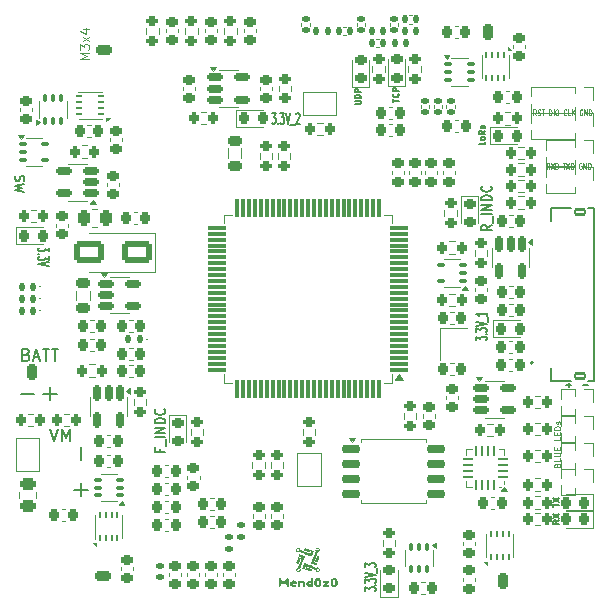
<source format=gto>
G04 #@! TF.GenerationSoftware,KiCad,Pcbnew,8.0.0*
G04 #@! TF.CreationDate,2024-03-25T13:12:05-04:00*
G04 #@! TF.ProjectId,_Sub_HW_Qcopter,5f537562-5f48-4575-9f51-636f70746572,rev?*
G04 #@! TF.SameCoordinates,PX9157080PYf23bb80*
G04 #@! TF.FileFunction,Legend,Top*
G04 #@! TF.FilePolarity,Positive*
%FSLAX46Y46*%
G04 Gerber Fmt 4.6, Leading zero omitted, Abs format (unit mm)*
G04 Created by KiCad (PCBNEW 8.0.0) date 2024-03-25 13:12:05*
%MOMM*%
%LPD*%
G01*
G04 APERTURE LIST*
G04 Aperture macros list*
%AMRoundRect*
0 Rectangle with rounded corners*
0 $1 Rounding radius*
0 $2 $3 $4 $5 $6 $7 $8 $9 X,Y pos of 4 corners*
0 Add a 4 corners polygon primitive as box body*
4,1,4,$2,$3,$4,$5,$6,$7,$8,$9,$2,$3,0*
0 Add four circle primitives for the rounded corners*
1,1,$1+$1,$2,$3*
1,1,$1+$1,$4,$5*
1,1,$1+$1,$6,$7*
1,1,$1+$1,$8,$9*
0 Add four rect primitives between the rounded corners*
20,1,$1+$1,$2,$3,$4,$5,0*
20,1,$1+$1,$4,$5,$6,$7,0*
20,1,$1+$1,$6,$7,$8,$9,0*
20,1,$1+$1,$8,$9,$2,$3,0*%
%AMFreePoly0*
4,1,6,1.000000,0.000000,0.500000,-0.750000,-0.500000,-0.750000,-0.500000,0.750000,0.500000,0.750000,1.000000,0.000000,1.000000,0.000000,$1*%
%AMFreePoly1*
4,1,6,0.500000,-0.750000,-0.650000,-0.750000,-0.150000,0.000000,-0.650000,0.750000,0.500000,0.750000,0.500000,-0.750000,0.500000,-0.750000,$1*%
G04 Aperture macros list end*
%ADD10C,0.127000*%
%ADD11C,0.100000*%
%ADD12C,0.095250*%
%ADD13C,0.120000*%
%ADD14C,0.200000*%
%ADD15C,0.000000*%
%ADD16C,0.010000*%
%ADD17RoundRect,0.100000X-0.225000X-0.100000X0.225000X-0.100000X0.225000X0.100000X-0.225000X0.100000X0*%
%ADD18RoundRect,0.225000X-0.225000X-0.250000X0.225000X-0.250000X0.225000X0.250000X-0.225000X0.250000X0*%
%ADD19RoundRect,0.200000X-0.200000X-0.275000X0.200000X-0.275000X0.200000X0.275000X-0.200000X0.275000X0*%
%ADD20RoundRect,0.200000X-0.275000X0.200000X-0.275000X-0.200000X0.275000X-0.200000X0.275000X0.200000X0*%
%ADD21RoundRect,0.225000X0.225000X0.250000X-0.225000X0.250000X-0.225000X-0.250000X0.225000X-0.250000X0*%
%ADD22RoundRect,0.100000X0.225000X0.100000X-0.225000X0.100000X-0.225000X-0.100000X0.225000X-0.100000X0*%
%ADD23RoundRect,0.147500X0.147500X0.172500X-0.147500X0.172500X-0.147500X-0.172500X0.147500X-0.172500X0*%
%ADD24RoundRect,0.150000X-0.512500X-0.150000X0.512500X-0.150000X0.512500X0.150000X-0.512500X0.150000X0*%
%ADD25RoundRect,0.200000X0.275000X-0.200000X0.275000X0.200000X-0.275000X0.200000X-0.275000X-0.200000X0*%
%ADD26RoundRect,0.225000X0.250000X-0.225000X0.250000X0.225000X-0.250000X0.225000X-0.250000X-0.225000X0*%
%ADD27RoundRect,0.250000X1.000000X0.650000X-1.000000X0.650000X-1.000000X-0.650000X1.000000X-0.650000X0*%
%ADD28RoundRect,0.147500X0.172500X-0.147500X0.172500X0.147500X-0.172500X0.147500X-0.172500X-0.147500X0*%
%ADD29RoundRect,0.218750X-0.218750X-0.256250X0.218750X-0.256250X0.218750X0.256250X-0.218750X0.256250X0*%
%ADD30R,1.000000X1.000000*%
%ADD31O,1.000000X1.000000*%
%ADD32C,3.600000*%
%ADD33C,5.600000*%
%ADD34RoundRect,0.102000X0.400000X-0.200000X0.400000X0.200000X-0.400000X0.200000X-0.400000X-0.200000X0*%
%ADD35RoundRect,0.100000X-0.100000X0.225000X-0.100000X-0.225000X0.100000X-0.225000X0.100000X0.225000X0*%
%ADD36C,1.000000*%
%ADD37RoundRect,0.218750X-0.256250X0.218750X-0.256250X-0.218750X0.256250X-0.218750X0.256250X0.218750X0*%
%ADD38RoundRect,0.140000X0.140000X0.170000X-0.140000X0.170000X-0.140000X-0.170000X0.140000X-0.170000X0*%
%ADD39RoundRect,0.075000X0.725000X0.075000X-0.725000X0.075000X-0.725000X-0.075000X0.725000X-0.075000X0*%
%ADD40RoundRect,0.075000X0.075000X0.725000X-0.075000X0.725000X-0.075000X-0.725000X0.075000X-0.725000X0*%
%ADD41RoundRect,0.100000X0.100000X-0.225000X0.100000X0.225000X-0.100000X0.225000X-0.100000X-0.225000X0*%
%ADD42RoundRect,0.140000X-0.170000X0.140000X-0.170000X-0.140000X0.170000X-0.140000X0.170000X0.140000X0*%
%ADD43RoundRect,0.200000X0.200000X0.275000X-0.200000X0.275000X-0.200000X-0.275000X0.200000X-0.275000X0*%
%ADD44RoundRect,0.062500X-0.062500X0.187500X-0.062500X-0.187500X0.062500X-0.187500X0.062500X0.187500X0*%
%ADD45R,1.600000X0.900000*%
%ADD46RoundRect,0.225000X-0.250000X0.225000X-0.250000X-0.225000X0.250000X-0.225000X0.250000X0.225000X0*%
%ADD47R,0.800000X0.900000*%
%ADD48RoundRect,0.218750X0.256250X-0.218750X0.256250X0.218750X-0.256250X0.218750X-0.256250X-0.218750X0*%
%ADD49RoundRect,0.140000X0.170000X-0.140000X0.170000X0.140000X-0.170000X0.140000X-0.170000X-0.140000X0*%
%ADD50RoundRect,0.150000X-0.150000X0.512500X-0.150000X-0.512500X0.150000X-0.512500X0.150000X0.512500X0*%
%ADD51FreePoly0,270.000000*%
%ADD52FreePoly1,270.000000*%
%ADD53RoundRect,0.250000X0.262500X0.450000X-0.262500X0.450000X-0.262500X-0.450000X0.262500X-0.450000X0*%
%ADD54RoundRect,0.062500X0.325000X0.062500X-0.325000X0.062500X-0.325000X-0.062500X0.325000X-0.062500X0*%
%ADD55RoundRect,0.062500X0.062500X0.325000X-0.062500X0.325000X-0.062500X-0.325000X0.062500X-0.325000X0*%
%ADD56R,1.750000X1.750000*%
%ADD57RoundRect,0.150000X-0.650000X-0.150000X0.650000X-0.150000X0.650000X0.150000X-0.650000X0.150000X0*%
%ADD58RoundRect,0.062500X0.062500X-0.187500X0.062500X0.187500X-0.062500X0.187500X-0.062500X-0.187500X0*%
%ADD59RoundRect,0.218750X0.381250X-0.218750X0.381250X0.218750X-0.381250X0.218750X-0.381250X-0.218750X0*%
%ADD60RoundRect,0.147500X-0.172500X0.147500X-0.172500X-0.147500X0.172500X-0.147500X0.172500X0.147500X0*%
%ADD61RoundRect,0.218750X0.218750X0.256250X-0.218750X0.256250X-0.218750X-0.256250X0.218750X-0.256250X0*%
%ADD62RoundRect,0.150000X0.512500X0.150000X-0.512500X0.150000X-0.512500X-0.150000X0.512500X-0.150000X0*%
%ADD63FreePoly0,0.000000*%
%ADD64FreePoly1,0.000000*%
%ADD65RoundRect,0.062500X0.187500X0.062500X-0.187500X0.062500X-0.187500X-0.062500X0.187500X-0.062500X0*%
%ADD66R,0.900000X1.600000*%
%ADD67RoundRect,0.243750X-0.456250X0.243750X-0.456250X-0.243750X0.456250X-0.243750X0.456250X0.243750X0*%
%ADD68FreePoly0,90.000000*%
%ADD69FreePoly1,90.000000*%
%ADD70RoundRect,0.225000X-0.225000X-0.475000X0.225000X-0.475000X0.225000X0.475000X-0.225000X0.475000X0*%
%ADD71O,0.900000X1.400000*%
%ADD72RoundRect,0.225000X0.225000X0.475000X-0.225000X0.475000X-0.225000X-0.475000X0.225000X-0.475000X0*%
%ADD73RoundRect,0.225000X0.475000X-0.225000X0.475000X0.225000X-0.475000X0.225000X-0.475000X-0.225000X0*%
%ADD74O,1.400000X0.900000*%
%ADD75O,1.550000X0.890000*%
%ADD76O,0.950000X1.250000*%
%ADD77R,1.700000X1.700000*%
%ADD78O,1.700000X1.700000*%
G04 APERTURE END LIST*
D10*
X47270704Y18220098D02*
X47657752Y18220098D01*
X47464228Y18026574D02*
X47464228Y18413622D01*
X48673752Y18220098D02*
X49060800Y18220098D01*
D11*
X46484535Y11438075D02*
X46508725Y11510647D01*
X46508725Y11510647D02*
X46532916Y11534837D01*
X46532916Y11534837D02*
X46581297Y11559028D01*
X46581297Y11559028D02*
X46653868Y11559028D01*
X46653868Y11559028D02*
X46702249Y11534837D01*
X46702249Y11534837D02*
X46726440Y11510647D01*
X46726440Y11510647D02*
X46750630Y11462266D01*
X46750630Y11462266D02*
X46750630Y11268742D01*
X46750630Y11268742D02*
X46242630Y11268742D01*
X46242630Y11268742D02*
X46242630Y11438075D01*
X46242630Y11438075D02*
X46266820Y11486456D01*
X46266820Y11486456D02*
X46291011Y11510647D01*
X46291011Y11510647D02*
X46339392Y11534837D01*
X46339392Y11534837D02*
X46387773Y11534837D01*
X46387773Y11534837D02*
X46436154Y11510647D01*
X46436154Y11510647D02*
X46460344Y11486456D01*
X46460344Y11486456D02*
X46484535Y11438075D01*
X46484535Y11438075D02*
X46484535Y11268742D01*
X46750630Y12018647D02*
X46750630Y11776742D01*
X46750630Y11776742D02*
X46242630Y11776742D01*
X46242630Y12187980D02*
X46653868Y12187980D01*
X46653868Y12187980D02*
X46702249Y12212170D01*
X46702249Y12212170D02*
X46726440Y12236361D01*
X46726440Y12236361D02*
X46750630Y12284742D01*
X46750630Y12284742D02*
X46750630Y12381504D01*
X46750630Y12381504D02*
X46726440Y12429885D01*
X46726440Y12429885D02*
X46702249Y12454075D01*
X46702249Y12454075D02*
X46653868Y12478266D01*
X46653868Y12478266D02*
X46242630Y12478266D01*
X46484535Y12720170D02*
X46484535Y12889503D01*
X46750630Y12962075D02*
X46750630Y12720170D01*
X46750630Y12720170D02*
X46242630Y12720170D01*
X46242630Y12720170D02*
X46242630Y12962075D01*
X46750630Y13808742D02*
X46750630Y13566837D01*
X46750630Y13566837D02*
X46242630Y13566837D01*
X46484535Y13978075D02*
X46484535Y14147408D01*
X46750630Y14219980D02*
X46750630Y13978075D01*
X46750630Y13978075D02*
X46242630Y13978075D01*
X46242630Y13978075D02*
X46242630Y14219980D01*
X46750630Y14437694D02*
X46242630Y14437694D01*
X46242630Y14437694D02*
X46242630Y14558646D01*
X46242630Y14558646D02*
X46266820Y14631218D01*
X46266820Y14631218D02*
X46315201Y14679599D01*
X46315201Y14679599D02*
X46363582Y14703789D01*
X46363582Y14703789D02*
X46460344Y14727980D01*
X46460344Y14727980D02*
X46532916Y14727980D01*
X46532916Y14727980D02*
X46629678Y14703789D01*
X46629678Y14703789D02*
X46678059Y14679599D01*
X46678059Y14679599D02*
X46726440Y14631218D01*
X46726440Y14631218D02*
X46750630Y14558646D01*
X46750630Y14558646D02*
X46750630Y14437694D01*
X46726440Y14921503D02*
X46750630Y14969884D01*
X46750630Y14969884D02*
X46750630Y15066646D01*
X46750630Y15066646D02*
X46726440Y15115027D01*
X46726440Y15115027D02*
X46678059Y15139218D01*
X46678059Y15139218D02*
X46653868Y15139218D01*
X46653868Y15139218D02*
X46605487Y15115027D01*
X46605487Y15115027D02*
X46581297Y15066646D01*
X46581297Y15066646D02*
X46581297Y14994075D01*
X46581297Y14994075D02*
X46557106Y14945694D01*
X46557106Y14945694D02*
X46508725Y14921503D01*
X46508725Y14921503D02*
X46484535Y14921503D01*
X46484535Y14921503D02*
X46436154Y14945694D01*
X46436154Y14945694D02*
X46411963Y14994075D01*
X46411963Y14994075D02*
X46411963Y15066646D01*
X46411963Y15066646D02*
X46436154Y15115027D01*
D10*
X40368026Y38825810D02*
X40368026Y38583905D01*
X40368026Y38583905D02*
X39860026Y38583905D01*
X40368026Y39067714D02*
X40343836Y39019333D01*
X40343836Y39019333D02*
X40319645Y38995143D01*
X40319645Y38995143D02*
X40271264Y38970952D01*
X40271264Y38970952D02*
X40126121Y38970952D01*
X40126121Y38970952D02*
X40077740Y38995143D01*
X40077740Y38995143D02*
X40053550Y39019333D01*
X40053550Y39019333D02*
X40029359Y39067714D01*
X40029359Y39067714D02*
X40029359Y39140286D01*
X40029359Y39140286D02*
X40053550Y39188667D01*
X40053550Y39188667D02*
X40077740Y39212857D01*
X40077740Y39212857D02*
X40126121Y39237048D01*
X40126121Y39237048D02*
X40271264Y39237048D01*
X40271264Y39237048D02*
X40319645Y39212857D01*
X40319645Y39212857D02*
X40343836Y39188667D01*
X40343836Y39188667D02*
X40368026Y39140286D01*
X40368026Y39140286D02*
X40368026Y39067714D01*
X40368026Y39745048D02*
X40126121Y39575714D01*
X40368026Y39454762D02*
X39860026Y39454762D01*
X39860026Y39454762D02*
X39860026Y39648286D01*
X39860026Y39648286D02*
X39884216Y39696667D01*
X39884216Y39696667D02*
X39908407Y39720857D01*
X39908407Y39720857D02*
X39956788Y39745048D01*
X39956788Y39745048D02*
X40029359Y39745048D01*
X40029359Y39745048D02*
X40077740Y39720857D01*
X40077740Y39720857D02*
X40101931Y39696667D01*
X40101931Y39696667D02*
X40126121Y39648286D01*
X40126121Y39648286D02*
X40126121Y39454762D01*
X40368026Y40180476D02*
X40101931Y40180476D01*
X40101931Y40180476D02*
X40053550Y40156286D01*
X40053550Y40156286D02*
X40029359Y40107905D01*
X40029359Y40107905D02*
X40029359Y40011143D01*
X40029359Y40011143D02*
X40053550Y39962762D01*
X40343836Y40180476D02*
X40368026Y40132095D01*
X40368026Y40132095D02*
X40368026Y40011143D01*
X40368026Y40011143D02*
X40343836Y39962762D01*
X40343836Y39962762D02*
X40295455Y39938571D01*
X40295455Y39938571D02*
X40247074Y39938571D01*
X40247074Y39938571D02*
X40198693Y39962762D01*
X40198693Y39962762D02*
X40174502Y40011143D01*
X40174502Y40011143D02*
X40174502Y40132095D01*
X40174502Y40132095D02*
X40150312Y40180476D01*
X32570226Y42143533D02*
X32570226Y42433819D01*
X33078226Y42288676D02*
X32570226Y42288676D01*
X33029845Y42893439D02*
X33054036Y42869248D01*
X33054036Y42869248D02*
X33078226Y42796677D01*
X33078226Y42796677D02*
X33078226Y42748296D01*
X33078226Y42748296D02*
X33054036Y42675724D01*
X33054036Y42675724D02*
X33005655Y42627343D01*
X33005655Y42627343D02*
X32957274Y42603153D01*
X32957274Y42603153D02*
X32860512Y42578962D01*
X32860512Y42578962D02*
X32787940Y42578962D01*
X32787940Y42578962D02*
X32691178Y42603153D01*
X32691178Y42603153D02*
X32642797Y42627343D01*
X32642797Y42627343D02*
X32594416Y42675724D01*
X32594416Y42675724D02*
X32570226Y42748296D01*
X32570226Y42748296D02*
X32570226Y42796677D01*
X32570226Y42796677D02*
X32594416Y42869248D01*
X32594416Y42869248D02*
X32618607Y42893439D01*
X33078226Y43111153D02*
X32570226Y43111153D01*
X32570226Y43111153D02*
X32570226Y43304677D01*
X32570226Y43304677D02*
X32594416Y43353058D01*
X32594416Y43353058D02*
X32618607Y43377248D01*
X32618607Y43377248D02*
X32666988Y43401439D01*
X32666988Y43401439D02*
X32739559Y43401439D01*
X32739559Y43401439D02*
X32787940Y43377248D01*
X32787940Y43377248D02*
X32812131Y43353058D01*
X32812131Y43353058D02*
X32836321Y43304677D01*
X32836321Y43304677D02*
X32836321Y43111153D01*
X29344426Y41987505D02*
X29755664Y41987505D01*
X29755664Y41987505D02*
X29804045Y42011695D01*
X29804045Y42011695D02*
X29828236Y42035886D01*
X29828236Y42035886D02*
X29852426Y42084267D01*
X29852426Y42084267D02*
X29852426Y42181029D01*
X29852426Y42181029D02*
X29828236Y42229410D01*
X29828236Y42229410D02*
X29804045Y42253600D01*
X29804045Y42253600D02*
X29755664Y42277791D01*
X29755664Y42277791D02*
X29344426Y42277791D01*
X29852426Y42519695D02*
X29344426Y42519695D01*
X29344426Y42519695D02*
X29344426Y42640647D01*
X29344426Y42640647D02*
X29368616Y42713219D01*
X29368616Y42713219D02*
X29416997Y42761600D01*
X29416997Y42761600D02*
X29465378Y42785790D01*
X29465378Y42785790D02*
X29562140Y42809981D01*
X29562140Y42809981D02*
X29634712Y42809981D01*
X29634712Y42809981D02*
X29731474Y42785790D01*
X29731474Y42785790D02*
X29779855Y42761600D01*
X29779855Y42761600D02*
X29828236Y42713219D01*
X29828236Y42713219D02*
X29852426Y42640647D01*
X29852426Y42640647D02*
X29852426Y42519695D01*
X29852426Y43027695D02*
X29344426Y43027695D01*
X29344426Y43027695D02*
X29344426Y43221219D01*
X29344426Y43221219D02*
X29368616Y43269600D01*
X29368616Y43269600D02*
X29392807Y43293790D01*
X29392807Y43293790D02*
X29441188Y43317981D01*
X29441188Y43317981D02*
X29513759Y43317981D01*
X29513759Y43317981D02*
X29562140Y43293790D01*
X29562140Y43293790D02*
X29586331Y43269600D01*
X29586331Y43269600D02*
X29610521Y43221219D01*
X29610521Y43221219D02*
X29610521Y43027695D01*
X39648301Y21998913D02*
X39648301Y22313389D01*
X39648301Y22313389D02*
X39986968Y22144056D01*
X39986968Y22144056D02*
X39986968Y22216627D01*
X39986968Y22216627D02*
X40029301Y22265008D01*
X40029301Y22265008D02*
X40071634Y22289199D01*
X40071634Y22289199D02*
X40156301Y22313389D01*
X40156301Y22313389D02*
X40367968Y22313389D01*
X40367968Y22313389D02*
X40452634Y22289199D01*
X40452634Y22289199D02*
X40494968Y22265008D01*
X40494968Y22265008D02*
X40537301Y22216627D01*
X40537301Y22216627D02*
X40537301Y22071484D01*
X40537301Y22071484D02*
X40494968Y22023103D01*
X40494968Y22023103D02*
X40452634Y21998913D01*
X40452634Y22531104D02*
X40494968Y22555294D01*
X40494968Y22555294D02*
X40537301Y22531104D01*
X40537301Y22531104D02*
X40494968Y22506913D01*
X40494968Y22506913D02*
X40452634Y22531104D01*
X40452634Y22531104D02*
X40537301Y22531104D01*
X39648301Y22724628D02*
X39648301Y23039104D01*
X39648301Y23039104D02*
X39986968Y22869771D01*
X39986968Y22869771D02*
X39986968Y22942342D01*
X39986968Y22942342D02*
X40029301Y22990723D01*
X40029301Y22990723D02*
X40071634Y23014914D01*
X40071634Y23014914D02*
X40156301Y23039104D01*
X40156301Y23039104D02*
X40367968Y23039104D01*
X40367968Y23039104D02*
X40452634Y23014914D01*
X40452634Y23014914D02*
X40494968Y22990723D01*
X40494968Y22990723D02*
X40537301Y22942342D01*
X40537301Y22942342D02*
X40537301Y22797199D01*
X40537301Y22797199D02*
X40494968Y22748818D01*
X40494968Y22748818D02*
X40452634Y22724628D01*
X39648301Y23184247D02*
X40537301Y23353581D01*
X40537301Y23353581D02*
X39648301Y23522914D01*
X40621968Y23571295D02*
X40621968Y23958343D01*
X40537301Y24345391D02*
X40537301Y24055105D01*
X40537301Y24200248D02*
X39648301Y24200248D01*
X39648301Y24200248D02*
X39775301Y24151867D01*
X39775301Y24151867D02*
X39859968Y24103486D01*
X39859968Y24103486D02*
X39902301Y24055105D01*
X1056009Y17486884D02*
X2217152Y17486884D01*
X2942866Y17486884D02*
X4104009Y17486884D01*
X3523437Y16906313D02*
X3523437Y18067456D01*
D12*
X44694092Y41037323D02*
X44567092Y41279228D01*
X44476378Y41037323D02*
X44476378Y41545323D01*
X44476378Y41545323D02*
X44621521Y41545323D01*
X44621521Y41545323D02*
X44657806Y41521133D01*
X44657806Y41521133D02*
X44675949Y41496942D01*
X44675949Y41496942D02*
X44694092Y41448561D01*
X44694092Y41448561D02*
X44694092Y41375990D01*
X44694092Y41375990D02*
X44675949Y41327609D01*
X44675949Y41327609D02*
X44657806Y41303418D01*
X44657806Y41303418D02*
X44621521Y41279228D01*
X44621521Y41279228D02*
X44476378Y41279228D01*
X44839235Y41061513D02*
X44893664Y41037323D01*
X44893664Y41037323D02*
X44984378Y41037323D01*
X44984378Y41037323D02*
X45020664Y41061513D01*
X45020664Y41061513D02*
X45038806Y41085704D01*
X45038806Y41085704D02*
X45056949Y41134085D01*
X45056949Y41134085D02*
X45056949Y41182466D01*
X45056949Y41182466D02*
X45038806Y41230847D01*
X45038806Y41230847D02*
X45020664Y41255037D01*
X45020664Y41255037D02*
X44984378Y41279228D01*
X44984378Y41279228D02*
X44911806Y41303418D01*
X44911806Y41303418D02*
X44875521Y41327609D01*
X44875521Y41327609D02*
X44857378Y41351799D01*
X44857378Y41351799D02*
X44839235Y41400180D01*
X44839235Y41400180D02*
X44839235Y41448561D01*
X44839235Y41448561D02*
X44857378Y41496942D01*
X44857378Y41496942D02*
X44875521Y41521133D01*
X44875521Y41521133D02*
X44911806Y41545323D01*
X44911806Y41545323D02*
X45002521Y41545323D01*
X45002521Y41545323D02*
X45056949Y41521133D01*
X45165806Y41545323D02*
X45383521Y41545323D01*
X45274663Y41037323D02*
X45274663Y41545323D01*
X45800807Y41037323D02*
X45800807Y41545323D01*
X45800807Y41545323D02*
X45891521Y41545323D01*
X45891521Y41545323D02*
X45945950Y41521133D01*
X45945950Y41521133D02*
X45982235Y41472752D01*
X45982235Y41472752D02*
X46000378Y41424371D01*
X46000378Y41424371D02*
X46018521Y41327609D01*
X46018521Y41327609D02*
X46018521Y41255037D01*
X46018521Y41255037D02*
X46000378Y41158275D01*
X46000378Y41158275D02*
X45982235Y41109894D01*
X45982235Y41109894D02*
X45945950Y41061513D01*
X45945950Y41061513D02*
X45891521Y41037323D01*
X45891521Y41037323D02*
X45800807Y41037323D01*
X46181807Y41037323D02*
X46181807Y41545323D01*
X46435807Y41545323D02*
X46508379Y41545323D01*
X46508379Y41545323D02*
X46544664Y41521133D01*
X46544664Y41521133D02*
X46580950Y41472752D01*
X46580950Y41472752D02*
X46599093Y41375990D01*
X46599093Y41375990D02*
X46599093Y41206656D01*
X46599093Y41206656D02*
X46580950Y41109894D01*
X46580950Y41109894D02*
X46544664Y41061513D01*
X46544664Y41061513D02*
X46508379Y41037323D01*
X46508379Y41037323D02*
X46435807Y41037323D01*
X46435807Y41037323D02*
X46399522Y41061513D01*
X46399522Y41061513D02*
X46363236Y41109894D01*
X46363236Y41109894D02*
X46345093Y41206656D01*
X46345093Y41206656D02*
X46345093Y41375990D01*
X46345093Y41375990D02*
X46363236Y41472752D01*
X46363236Y41472752D02*
X46399522Y41521133D01*
X46399522Y41521133D02*
X46435807Y41545323D01*
X47270379Y41085704D02*
X47252236Y41061513D01*
X47252236Y41061513D02*
X47197808Y41037323D01*
X47197808Y41037323D02*
X47161522Y41037323D01*
X47161522Y41037323D02*
X47107093Y41061513D01*
X47107093Y41061513D02*
X47070808Y41109894D01*
X47070808Y41109894D02*
X47052665Y41158275D01*
X47052665Y41158275D02*
X47034522Y41255037D01*
X47034522Y41255037D02*
X47034522Y41327609D01*
X47034522Y41327609D02*
X47052665Y41424371D01*
X47052665Y41424371D02*
X47070808Y41472752D01*
X47070808Y41472752D02*
X47107093Y41521133D01*
X47107093Y41521133D02*
X47161522Y41545323D01*
X47161522Y41545323D02*
X47197808Y41545323D01*
X47197808Y41545323D02*
X47252236Y41521133D01*
X47252236Y41521133D02*
X47270379Y41496942D01*
X47615093Y41037323D02*
X47433665Y41037323D01*
X47433665Y41037323D02*
X47433665Y41545323D01*
X47742094Y41037323D02*
X47742094Y41545323D01*
X47959808Y41037323D02*
X47796522Y41327609D01*
X47959808Y41545323D02*
X47742094Y41255037D01*
X48612951Y41521133D02*
X48576666Y41545323D01*
X48576666Y41545323D02*
X48522237Y41545323D01*
X48522237Y41545323D02*
X48467808Y41521133D01*
X48467808Y41521133D02*
X48431523Y41472752D01*
X48431523Y41472752D02*
X48413380Y41424371D01*
X48413380Y41424371D02*
X48395237Y41327609D01*
X48395237Y41327609D02*
X48395237Y41255037D01*
X48395237Y41255037D02*
X48413380Y41158275D01*
X48413380Y41158275D02*
X48431523Y41109894D01*
X48431523Y41109894D02*
X48467808Y41061513D01*
X48467808Y41061513D02*
X48522237Y41037323D01*
X48522237Y41037323D02*
X48558523Y41037323D01*
X48558523Y41037323D02*
X48612951Y41061513D01*
X48612951Y41061513D02*
X48631094Y41085704D01*
X48631094Y41085704D02*
X48631094Y41255037D01*
X48631094Y41255037D02*
X48558523Y41255037D01*
X48794380Y41037323D02*
X48794380Y41545323D01*
X48794380Y41545323D02*
X49012094Y41037323D01*
X49012094Y41037323D02*
X49012094Y41545323D01*
X49193523Y41037323D02*
X49193523Y41545323D01*
X49193523Y41545323D02*
X49284237Y41545323D01*
X49284237Y41545323D02*
X49338666Y41521133D01*
X49338666Y41521133D02*
X49374951Y41472752D01*
X49374951Y41472752D02*
X49393094Y41424371D01*
X49393094Y41424371D02*
X49411237Y41327609D01*
X49411237Y41327609D02*
X49411237Y41255037D01*
X49411237Y41255037D02*
X49393094Y41158275D01*
X49393094Y41158275D02*
X49374951Y41109894D01*
X49374951Y41109894D02*
X49338666Y41061513D01*
X49338666Y41061513D02*
X49284237Y41037323D01*
X49284237Y41037323D02*
X49193523Y41037323D01*
X45811692Y36516123D02*
X45684692Y36758028D01*
X45593978Y36516123D02*
X45593978Y37024123D01*
X45593978Y37024123D02*
X45739121Y37024123D01*
X45739121Y37024123D02*
X45775406Y36999933D01*
X45775406Y36999933D02*
X45793549Y36975742D01*
X45793549Y36975742D02*
X45811692Y36927361D01*
X45811692Y36927361D02*
X45811692Y36854790D01*
X45811692Y36854790D02*
X45793549Y36806409D01*
X45793549Y36806409D02*
X45775406Y36782218D01*
X45775406Y36782218D02*
X45739121Y36758028D01*
X45739121Y36758028D02*
X45593978Y36758028D01*
X45938692Y37024123D02*
X46192692Y36516123D01*
X46192692Y37024123D02*
X45938692Y36516123D01*
X46337835Y36516123D02*
X46337835Y37024123D01*
X46337835Y37024123D02*
X46428549Y37024123D01*
X46428549Y37024123D02*
X46482978Y36999933D01*
X46482978Y36999933D02*
X46519263Y36951552D01*
X46519263Y36951552D02*
X46537406Y36903171D01*
X46537406Y36903171D02*
X46555549Y36806409D01*
X46555549Y36806409D02*
X46555549Y36733837D01*
X46555549Y36733837D02*
X46537406Y36637075D01*
X46537406Y36637075D02*
X46519263Y36588694D01*
X46519263Y36588694D02*
X46482978Y36540313D01*
X46482978Y36540313D02*
X46428549Y36516123D01*
X46428549Y36516123D02*
X46337835Y36516123D01*
X46954692Y37024123D02*
X47172407Y37024123D01*
X47063549Y36516123D02*
X47063549Y37024123D01*
X47263121Y37024123D02*
X47517121Y36516123D01*
X47517121Y37024123D02*
X47263121Y36516123D01*
X47662264Y36516123D02*
X47662264Y37024123D01*
X47662264Y37024123D02*
X47752978Y37024123D01*
X47752978Y37024123D02*
X47807407Y36999933D01*
X47807407Y36999933D02*
X47843692Y36951552D01*
X47843692Y36951552D02*
X47861835Y36903171D01*
X47861835Y36903171D02*
X47879978Y36806409D01*
X47879978Y36806409D02*
X47879978Y36733837D01*
X47879978Y36733837D02*
X47861835Y36637075D01*
X47861835Y36637075D02*
X47843692Y36588694D01*
X47843692Y36588694D02*
X47807407Y36540313D01*
X47807407Y36540313D02*
X47752978Y36516123D01*
X47752978Y36516123D02*
X47662264Y36516123D01*
X48533121Y36999933D02*
X48496836Y37024123D01*
X48496836Y37024123D02*
X48442407Y37024123D01*
X48442407Y37024123D02*
X48387978Y36999933D01*
X48387978Y36999933D02*
X48351693Y36951552D01*
X48351693Y36951552D02*
X48333550Y36903171D01*
X48333550Y36903171D02*
X48315407Y36806409D01*
X48315407Y36806409D02*
X48315407Y36733837D01*
X48315407Y36733837D02*
X48333550Y36637075D01*
X48333550Y36637075D02*
X48351693Y36588694D01*
X48351693Y36588694D02*
X48387978Y36540313D01*
X48387978Y36540313D02*
X48442407Y36516123D01*
X48442407Y36516123D02*
X48478693Y36516123D01*
X48478693Y36516123D02*
X48533121Y36540313D01*
X48533121Y36540313D02*
X48551264Y36564504D01*
X48551264Y36564504D02*
X48551264Y36733837D01*
X48551264Y36733837D02*
X48478693Y36733837D01*
X48714550Y36516123D02*
X48714550Y37024123D01*
X48714550Y37024123D02*
X48932264Y36516123D01*
X48932264Y36516123D02*
X48932264Y37024123D01*
X49113693Y36516123D02*
X49113693Y37024123D01*
X49113693Y37024123D02*
X49204407Y37024123D01*
X49204407Y37024123D02*
X49258836Y36999933D01*
X49258836Y36999933D02*
X49295121Y36951552D01*
X49295121Y36951552D02*
X49313264Y36903171D01*
X49313264Y36903171D02*
X49331407Y36806409D01*
X49331407Y36806409D02*
X49331407Y36733837D01*
X49331407Y36733837D02*
X49313264Y36637075D01*
X49313264Y36637075D02*
X49295121Y36588694D01*
X49295121Y36588694D02*
X49258836Y36540313D01*
X49258836Y36540313D02*
X49204407Y36516123D01*
X49204407Y36516123D02*
X49113693Y36516123D01*
D10*
X46159226Y7878933D02*
X46159226Y8169219D01*
X46667226Y8024076D02*
X46159226Y8024076D01*
X46159226Y8290172D02*
X46667226Y8628839D01*
X46159226Y8628839D02*
X46667226Y8290172D01*
X3533113Y14481944D02*
X3871780Y13465944D01*
X3871780Y13465944D02*
X4210447Y14481944D01*
X4549113Y13465944D02*
X4549113Y14481944D01*
X4549113Y14481944D02*
X4887780Y13756229D01*
X4887780Y13756229D02*
X5226447Y14481944D01*
X5226447Y14481944D02*
X5226447Y13465944D01*
X644144Y35915506D02*
X607858Y35806648D01*
X607858Y35806648D02*
X607858Y35625220D01*
X607858Y35625220D02*
X644144Y35552648D01*
X644144Y35552648D02*
X680429Y35516363D01*
X680429Y35516363D02*
X753001Y35480077D01*
X753001Y35480077D02*
X825572Y35480077D01*
X825572Y35480077D02*
X898144Y35516363D01*
X898144Y35516363D02*
X934429Y35552648D01*
X934429Y35552648D02*
X970715Y35625220D01*
X970715Y35625220D02*
X1007001Y35770363D01*
X1007001Y35770363D02*
X1043286Y35842934D01*
X1043286Y35842934D02*
X1079572Y35879220D01*
X1079572Y35879220D02*
X1152144Y35915506D01*
X1152144Y35915506D02*
X1224715Y35915506D01*
X1224715Y35915506D02*
X1297286Y35879220D01*
X1297286Y35879220D02*
X1333572Y35842934D01*
X1333572Y35842934D02*
X1369858Y35770363D01*
X1369858Y35770363D02*
X1369858Y35588934D01*
X1369858Y35588934D02*
X1333572Y35480077D01*
X1369858Y35226077D02*
X607858Y35044649D01*
X607858Y35044649D02*
X1152144Y34899506D01*
X1152144Y34899506D02*
X607858Y34754363D01*
X607858Y34754363D02*
X1369858Y34572934D01*
X22330323Y41212600D02*
X22644799Y41212600D01*
X22644799Y41212600D02*
X22475466Y40873933D01*
X22475466Y40873933D02*
X22548037Y40873933D01*
X22548037Y40873933D02*
X22596418Y40831600D01*
X22596418Y40831600D02*
X22620609Y40789267D01*
X22620609Y40789267D02*
X22644799Y40704600D01*
X22644799Y40704600D02*
X22644799Y40492933D01*
X22644799Y40492933D02*
X22620609Y40408267D01*
X22620609Y40408267D02*
X22596418Y40365933D01*
X22596418Y40365933D02*
X22548037Y40323600D01*
X22548037Y40323600D02*
X22402894Y40323600D01*
X22402894Y40323600D02*
X22354513Y40365933D01*
X22354513Y40365933D02*
X22330323Y40408267D01*
X22862514Y40408267D02*
X22886704Y40365933D01*
X22886704Y40365933D02*
X22862514Y40323600D01*
X22862514Y40323600D02*
X22838323Y40365933D01*
X22838323Y40365933D02*
X22862514Y40408267D01*
X22862514Y40408267D02*
X22862514Y40323600D01*
X23056038Y41212600D02*
X23370514Y41212600D01*
X23370514Y41212600D02*
X23201181Y40873933D01*
X23201181Y40873933D02*
X23273752Y40873933D01*
X23273752Y40873933D02*
X23322133Y40831600D01*
X23322133Y40831600D02*
X23346324Y40789267D01*
X23346324Y40789267D02*
X23370514Y40704600D01*
X23370514Y40704600D02*
X23370514Y40492933D01*
X23370514Y40492933D02*
X23346324Y40408267D01*
X23346324Y40408267D02*
X23322133Y40365933D01*
X23322133Y40365933D02*
X23273752Y40323600D01*
X23273752Y40323600D02*
X23128609Y40323600D01*
X23128609Y40323600D02*
X23080228Y40365933D01*
X23080228Y40365933D02*
X23056038Y40408267D01*
X23515657Y41212600D02*
X23684991Y40323600D01*
X23684991Y40323600D02*
X23854324Y41212600D01*
X23902706Y40238933D02*
X24289753Y40238933D01*
X24386515Y41127933D02*
X24410706Y41170267D01*
X24410706Y41170267D02*
X24459087Y41212600D01*
X24459087Y41212600D02*
X24580039Y41212600D01*
X24580039Y41212600D02*
X24628420Y41170267D01*
X24628420Y41170267D02*
X24652611Y41127933D01*
X24652611Y41127933D02*
X24676801Y41043267D01*
X24676801Y41043267D02*
X24676801Y40958600D01*
X24676801Y40958600D02*
X24652611Y40831600D01*
X24652611Y40831600D02*
X24362325Y40323600D01*
X24362325Y40323600D02*
X24676801Y40323600D01*
X30237600Y765724D02*
X30237600Y1080200D01*
X30237600Y1080200D02*
X30576267Y910867D01*
X30576267Y910867D02*
X30576267Y983438D01*
X30576267Y983438D02*
X30618600Y1031819D01*
X30618600Y1031819D02*
X30660933Y1056010D01*
X30660933Y1056010D02*
X30745600Y1080200D01*
X30745600Y1080200D02*
X30957267Y1080200D01*
X30957267Y1080200D02*
X31041933Y1056010D01*
X31041933Y1056010D02*
X31084267Y1031819D01*
X31084267Y1031819D02*
X31126600Y983438D01*
X31126600Y983438D02*
X31126600Y838295D01*
X31126600Y838295D02*
X31084267Y789914D01*
X31084267Y789914D02*
X31041933Y765724D01*
X31041933Y1297915D02*
X31084267Y1322105D01*
X31084267Y1322105D02*
X31126600Y1297915D01*
X31126600Y1297915D02*
X31084267Y1273724D01*
X31084267Y1273724D02*
X31041933Y1297915D01*
X31041933Y1297915D02*
X31126600Y1297915D01*
X30237600Y1491439D02*
X30237600Y1805915D01*
X30237600Y1805915D02*
X30576267Y1636582D01*
X30576267Y1636582D02*
X30576267Y1709153D01*
X30576267Y1709153D02*
X30618600Y1757534D01*
X30618600Y1757534D02*
X30660933Y1781725D01*
X30660933Y1781725D02*
X30745600Y1805915D01*
X30745600Y1805915D02*
X30957267Y1805915D01*
X30957267Y1805915D02*
X31041933Y1781725D01*
X31041933Y1781725D02*
X31084267Y1757534D01*
X31084267Y1757534D02*
X31126600Y1709153D01*
X31126600Y1709153D02*
X31126600Y1564010D01*
X31126600Y1564010D02*
X31084267Y1515629D01*
X31084267Y1515629D02*
X31041933Y1491439D01*
X30237600Y1951058D02*
X31126600Y2120392D01*
X31126600Y2120392D02*
X30237600Y2289725D01*
X31211267Y2338106D02*
X31211267Y2725154D01*
X30237600Y2797726D02*
X30237600Y3112202D01*
X30237600Y3112202D02*
X30576267Y2942869D01*
X30576267Y2942869D02*
X30576267Y3015440D01*
X30576267Y3015440D02*
X30618600Y3063821D01*
X30618600Y3063821D02*
X30660933Y3088012D01*
X30660933Y3088012D02*
X30745600Y3112202D01*
X30745600Y3112202D02*
X30957267Y3112202D01*
X30957267Y3112202D02*
X31041933Y3088012D01*
X31041933Y3088012D02*
X31084267Y3063821D01*
X31084267Y3063821D02*
X31126600Y3015440D01*
X31126600Y3015440D02*
X31126600Y2870297D01*
X31126600Y2870297D02*
X31084267Y2821916D01*
X31084267Y2821916D02*
X31041933Y2797726D01*
X46667226Y6768591D02*
X46425321Y6599257D01*
X46667226Y6478305D02*
X46159226Y6478305D01*
X46159226Y6478305D02*
X46159226Y6671829D01*
X46159226Y6671829D02*
X46183416Y6720210D01*
X46183416Y6720210D02*
X46207607Y6744400D01*
X46207607Y6744400D02*
X46255988Y6768591D01*
X46255988Y6768591D02*
X46328559Y6768591D01*
X46328559Y6768591D02*
X46376940Y6744400D01*
X46376940Y6744400D02*
X46401131Y6720210D01*
X46401131Y6720210D02*
X46425321Y6671829D01*
X46425321Y6671829D02*
X46425321Y6478305D01*
X46159226Y6937924D02*
X46667226Y7276591D01*
X46159226Y7276591D02*
X46667226Y6937924D01*
X12855533Y12837981D02*
X12855533Y12583981D01*
X13321200Y12583981D02*
X12432200Y12583981D01*
X12432200Y12583981D02*
X12432200Y12946838D01*
X13405867Y13055695D02*
X13405867Y13636267D01*
X13321200Y13817695D02*
X12432200Y13817695D01*
X13321200Y14180552D02*
X12432200Y14180552D01*
X12432200Y14180552D02*
X13321200Y14615981D01*
X13321200Y14615981D02*
X12432200Y14615981D01*
X13321200Y14978838D02*
X12432200Y14978838D01*
X12432200Y14978838D02*
X12432200Y15160267D01*
X12432200Y15160267D02*
X12474533Y15269124D01*
X12474533Y15269124D02*
X12559200Y15341695D01*
X12559200Y15341695D02*
X12643867Y15377981D01*
X12643867Y15377981D02*
X12813200Y15414267D01*
X12813200Y15414267D02*
X12940200Y15414267D01*
X12940200Y15414267D02*
X13109533Y15377981D01*
X13109533Y15377981D02*
X13194200Y15341695D01*
X13194200Y15341695D02*
X13278867Y15269124D01*
X13278867Y15269124D02*
X13321200Y15160267D01*
X13321200Y15160267D02*
X13321200Y14978838D01*
X13236533Y16176267D02*
X13278867Y16139981D01*
X13278867Y16139981D02*
X13321200Y16031124D01*
X13321200Y16031124D02*
X13321200Y15958552D01*
X13321200Y15958552D02*
X13278867Y15849695D01*
X13278867Y15849695D02*
X13194200Y15777124D01*
X13194200Y15777124D02*
X13109533Y15740838D01*
X13109533Y15740838D02*
X12940200Y15704552D01*
X12940200Y15704552D02*
X12813200Y15704552D01*
X12813200Y15704552D02*
X12643867Y15740838D01*
X12643867Y15740838D02*
X12559200Y15777124D01*
X12559200Y15777124D02*
X12474533Y15849695D01*
X12474533Y15849695D02*
X12432200Y15958552D01*
X12432200Y15958552D02*
X12432200Y16031124D01*
X12432200Y16031124D02*
X12474533Y16139981D01*
X12474533Y16139981D02*
X12516867Y16176267D01*
X3442799Y29841277D02*
X3442799Y29526801D01*
X3442799Y29526801D02*
X3104133Y29696134D01*
X3104133Y29696134D02*
X3104133Y29623563D01*
X3104133Y29623563D02*
X3061799Y29575182D01*
X3061799Y29575182D02*
X3019466Y29550991D01*
X3019466Y29550991D02*
X2934799Y29526801D01*
X2934799Y29526801D02*
X2723133Y29526801D01*
X2723133Y29526801D02*
X2638466Y29550991D01*
X2638466Y29550991D02*
X2596133Y29575182D01*
X2596133Y29575182D02*
X2553799Y29623563D01*
X2553799Y29623563D02*
X2553799Y29768706D01*
X2553799Y29768706D02*
X2596133Y29817087D01*
X2596133Y29817087D02*
X2638466Y29841277D01*
X2638466Y29309086D02*
X2596133Y29284896D01*
X2596133Y29284896D02*
X2553799Y29309086D01*
X2553799Y29309086D02*
X2596133Y29333277D01*
X2596133Y29333277D02*
X2638466Y29309086D01*
X2638466Y29309086D02*
X2553799Y29309086D01*
X3442799Y29115562D02*
X3442799Y28801086D01*
X3442799Y28801086D02*
X3104133Y28970419D01*
X3104133Y28970419D02*
X3104133Y28897848D01*
X3104133Y28897848D02*
X3061799Y28849467D01*
X3061799Y28849467D02*
X3019466Y28825276D01*
X3019466Y28825276D02*
X2934799Y28801086D01*
X2934799Y28801086D02*
X2723133Y28801086D01*
X2723133Y28801086D02*
X2638466Y28825276D01*
X2638466Y28825276D02*
X2596133Y28849467D01*
X2596133Y28849467D02*
X2553799Y28897848D01*
X2553799Y28897848D02*
X2553799Y29042991D01*
X2553799Y29042991D02*
X2596133Y29091372D01*
X2596133Y29091372D02*
X2638466Y29115562D01*
X3442799Y28655943D02*
X2553799Y28486609D01*
X2553799Y28486609D02*
X3442799Y28317276D01*
X1543980Y20794995D02*
X1686837Y20747376D01*
X1686837Y20747376D02*
X1734456Y20699757D01*
X1734456Y20699757D02*
X1782075Y20604519D01*
X1782075Y20604519D02*
X1782075Y20461662D01*
X1782075Y20461662D02*
X1734456Y20366424D01*
X1734456Y20366424D02*
X1686837Y20318804D01*
X1686837Y20318804D02*
X1591599Y20271185D01*
X1591599Y20271185D02*
X1210647Y20271185D01*
X1210647Y20271185D02*
X1210647Y21271185D01*
X1210647Y21271185D02*
X1543980Y21271185D01*
X1543980Y21271185D02*
X1639218Y21223566D01*
X1639218Y21223566D02*
X1686837Y21175947D01*
X1686837Y21175947D02*
X1734456Y21080709D01*
X1734456Y21080709D02*
X1734456Y20985471D01*
X1734456Y20985471D02*
X1686837Y20890233D01*
X1686837Y20890233D02*
X1639218Y20842614D01*
X1639218Y20842614D02*
X1543980Y20794995D01*
X1543980Y20794995D02*
X1210647Y20794995D01*
X2163028Y20556900D02*
X2639218Y20556900D01*
X2067790Y20271185D02*
X2401123Y21271185D01*
X2401123Y21271185D02*
X2734456Y20271185D01*
X2924933Y21271185D02*
X3496361Y21271185D01*
X3210647Y20271185D02*
X3210647Y21271185D01*
X3686838Y21271185D02*
X4258266Y21271185D01*
X3972552Y20271185D02*
X3972552Y21271185D01*
X40931000Y31790010D02*
X40507667Y31536010D01*
X40931000Y31354581D02*
X40042000Y31354581D01*
X40042000Y31354581D02*
X40042000Y31644867D01*
X40042000Y31644867D02*
X40084333Y31717438D01*
X40084333Y31717438D02*
X40126667Y31753724D01*
X40126667Y31753724D02*
X40211333Y31790010D01*
X40211333Y31790010D02*
X40338333Y31790010D01*
X40338333Y31790010D02*
X40423000Y31753724D01*
X40423000Y31753724D02*
X40465333Y31717438D01*
X40465333Y31717438D02*
X40507667Y31644867D01*
X40507667Y31644867D02*
X40507667Y31354581D01*
X41015667Y31935152D02*
X41015667Y32515724D01*
X40931000Y32697152D02*
X40042000Y32697152D01*
X40931000Y33060009D02*
X40042000Y33060009D01*
X40042000Y33060009D02*
X40931000Y33495438D01*
X40931000Y33495438D02*
X40042000Y33495438D01*
X40931000Y33858295D02*
X40042000Y33858295D01*
X40042000Y33858295D02*
X40042000Y34039724D01*
X40042000Y34039724D02*
X40084333Y34148581D01*
X40084333Y34148581D02*
X40169000Y34221152D01*
X40169000Y34221152D02*
X40253667Y34257438D01*
X40253667Y34257438D02*
X40423000Y34293724D01*
X40423000Y34293724D02*
X40550000Y34293724D01*
X40550000Y34293724D02*
X40719333Y34257438D01*
X40719333Y34257438D02*
X40804000Y34221152D01*
X40804000Y34221152D02*
X40888667Y34148581D01*
X40888667Y34148581D02*
X40931000Y34039724D01*
X40931000Y34039724D02*
X40931000Y33858295D01*
X40846333Y35055724D02*
X40888667Y35019438D01*
X40888667Y35019438D02*
X40931000Y34910581D01*
X40931000Y34910581D02*
X40931000Y34838009D01*
X40931000Y34838009D02*
X40888667Y34729152D01*
X40888667Y34729152D02*
X40804000Y34656581D01*
X40804000Y34656581D02*
X40719333Y34620295D01*
X40719333Y34620295D02*
X40550000Y34584009D01*
X40550000Y34584009D02*
X40423000Y34584009D01*
X40423000Y34584009D02*
X40253667Y34620295D01*
X40253667Y34620295D02*
X40169000Y34656581D01*
X40169000Y34656581D02*
X40084333Y34729152D01*
X40084333Y34729152D02*
X40042000Y34838009D01*
X40042000Y34838009D02*
X40042000Y34910581D01*
X40042000Y34910581D02*
X40084333Y35019438D01*
X40084333Y35019438D02*
X40126667Y35055724D01*
X6158484Y12997543D02*
X6158484Y11836400D01*
X6158484Y9949543D02*
X6158484Y8788400D01*
X5577912Y9368972D02*
X6739055Y9368972D01*
D11*
X6861145Y45789418D02*
X6099145Y45789418D01*
X6099145Y45789418D02*
X6643431Y46043418D01*
X6643431Y46043418D02*
X6099145Y46297418D01*
X6099145Y46297418D02*
X6861145Y46297418D01*
X6099145Y46587704D02*
X6099145Y47059418D01*
X6099145Y47059418D02*
X6389431Y46805418D01*
X6389431Y46805418D02*
X6389431Y46914275D01*
X6389431Y46914275D02*
X6425717Y46986846D01*
X6425717Y46986846D02*
X6462002Y47023132D01*
X6462002Y47023132D02*
X6534574Y47059418D01*
X6534574Y47059418D02*
X6716002Y47059418D01*
X6716002Y47059418D02*
X6788574Y47023132D01*
X6788574Y47023132D02*
X6824860Y46986846D01*
X6824860Y46986846D02*
X6861145Y46914275D01*
X6861145Y46914275D02*
X6861145Y46696561D01*
X6861145Y46696561D02*
X6824860Y46623989D01*
X6824860Y46623989D02*
X6788574Y46587704D01*
X6861145Y47313418D02*
X6353145Y47712560D01*
X6353145Y47313418D02*
X6861145Y47712560D01*
X6353145Y48329417D02*
X6861145Y48329417D01*
X6062860Y48147989D02*
X6607145Y47966560D01*
X6607145Y47966560D02*
X6607145Y48438275D01*
D13*
X1119600Y39047200D02*
X879600Y39377200D01*
X1359600Y39377200D01*
X1119600Y39047200D01*
G36*
X1119600Y39047200D02*
G01*
X879600Y39377200D01*
X1359600Y39377200D01*
X1119600Y39047200D01*
G37*
X1499600Y36777200D02*
X2899600Y36777200D01*
X1489600Y39097200D02*
X2899600Y39097200D01*
X32244419Y41787500D02*
X32525581Y41787500D01*
X32244419Y40767500D02*
X32525581Y40767500D01*
X16313742Y41330500D02*
X16788258Y41330500D01*
X16313742Y40285500D02*
X16788258Y40285500D01*
X36942500Y33016458D02*
X36942500Y32541942D01*
X37987500Y33016458D02*
X37987500Y32541942D01*
X42710582Y25093000D02*
X42429420Y25093000D01*
X42710582Y24073000D02*
X42429420Y24073000D01*
X10554581Y21338000D02*
X10273419Y21338000D01*
X10554581Y20318000D02*
X10273419Y20318000D01*
X9224534Y10685000D02*
X7824534Y10685000D01*
X9234534Y8365000D02*
X7824534Y8365000D01*
X9844534Y8085000D02*
X9364534Y8085000D01*
X9604534Y8415000D01*
X9844534Y8085000D01*
G36*
X9844534Y8085000D02*
G01*
X9364534Y8085000D01*
X9604534Y8415000D01*
X9844534Y8085000D01*
G37*
X9403500Y27402000D02*
X8603500Y27402000D01*
X9403500Y27402000D02*
X10203500Y27402000D01*
X9403500Y24282000D02*
X8603500Y24282000D01*
X9403500Y24282000D02*
X10203500Y24282000D01*
X8103500Y27352000D02*
X7863500Y27682000D01*
X8343500Y27682000D01*
X8103500Y27352000D01*
G36*
X8103500Y27352000D02*
G01*
X7863500Y27682000D01*
X8343500Y27682000D01*
X8103500Y27352000D01*
G37*
X18296500Y47971942D02*
X18296500Y48446458D01*
X19341500Y47971942D02*
X19341500Y48446458D01*
X42746200Y46722419D02*
X42746200Y47003581D01*
X43766200Y46722419D02*
X43766200Y47003581D01*
X12400000Y31114000D02*
X6890000Y31114000D01*
X12400000Y27814000D02*
X6890000Y27814000D01*
X12400000Y27814000D02*
X12400000Y31114000D01*
X42431581Y43080400D02*
X42150419Y43080400D01*
X42431581Y42060400D02*
X42150419Y42060400D01*
X38479000Y1612019D02*
X38479000Y1893181D01*
X39499000Y1612019D02*
X39499000Y1893181D01*
X6239742Y38495500D02*
X6714258Y38495500D01*
X6239742Y37450500D02*
X6714258Y37450500D01*
X1014000Y41388419D02*
X1014000Y41669581D01*
X2034000Y41388419D02*
X2034000Y41669581D01*
X674000Y31596000D02*
X674000Y30126000D01*
X674000Y30126000D02*
X2959000Y30126000D01*
X2959000Y31596000D02*
X674000Y31596000D01*
X46818000Y17874000D02*
X46818000Y17071530D01*
X46818000Y16456470D02*
X46818000Y15654000D01*
X48023000Y17874000D02*
X46818000Y17874000D01*
X48023000Y17874000D02*
X48023000Y17327471D01*
X48023000Y16200529D02*
X48023000Y15654000D01*
X48023000Y15654000D02*
X46818000Y15654000D01*
X48783000Y17874001D02*
X49543000Y17874000D01*
X49543000Y17874000D02*
X49543000Y16764000D01*
X11692500Y47971942D02*
X11692500Y48446458D01*
X12737500Y47971942D02*
X12737500Y48446458D01*
X40880419Y8765000D02*
X41161581Y8765000D01*
X40880419Y7745000D02*
X41161581Y7745000D01*
X39507500Y29638258D02*
X39507500Y29163742D01*
X40552500Y29638258D02*
X40552500Y29163742D01*
X20686500Y11667258D02*
X20686500Y11192742D01*
X21731500Y11667258D02*
X21731500Y11192742D01*
X17412581Y8663400D02*
X17131419Y8663400D01*
X17412581Y7643400D02*
X17131419Y7643400D01*
X46818000Y11143000D02*
X46818000Y10340530D01*
X46818000Y9725470D02*
X46818000Y8923000D01*
X48023000Y11143000D02*
X46818000Y11143000D01*
X48023000Y11143000D02*
X48023000Y10596471D01*
X48023000Y9469529D02*
X48023000Y8923000D01*
X48023000Y8923000D02*
X46818000Y8923000D01*
X48783000Y11143001D02*
X49543000Y11143000D01*
X49543000Y11143000D02*
X49543000Y10033000D01*
D11*
X11817998Y22098000D02*
G75*
G02*
X11718000Y22098000I-49999J0D01*
G01*
X11718000Y22098000D02*
G75*
G02*
X11817998Y22098000I49999J0D01*
G01*
D13*
X10919581Y32871000D02*
X10638419Y32871000D01*
X10919581Y31851000D02*
X10638419Y31851000D01*
D10*
X45987000Y33164000D02*
X45987000Y32084000D01*
X45987000Y19644000D02*
X45987000Y18564000D01*
X45987000Y18564000D02*
X47667001Y18564000D01*
X47667001Y33164000D02*
X45987000Y33164000D01*
X49627000Y33164000D02*
X49106999Y33164000D01*
X49627000Y18564000D02*
X49106999Y18564000D01*
X49627000Y18564000D02*
X49627000Y33164000D01*
D14*
X44437001Y20114000D02*
G75*
G02*
X44237001Y20114000I-100000J0D01*
G01*
X44237001Y20114000D02*
G75*
G02*
X44437001Y20114000I100000J0D01*
G01*
D13*
X8380000Y35038419D02*
X8380000Y35319581D01*
X9400000Y35038419D02*
X9400000Y35319581D01*
X33638000Y4256000D02*
X33638000Y2856000D01*
X35958000Y4266000D02*
X35958000Y2856000D01*
X36238000Y4396000D02*
X35908000Y4636000D01*
X36238000Y4876000D01*
X36238000Y4396000D01*
G36*
X36238000Y4396000D02*
G01*
X35908000Y4636000D01*
X36238000Y4876000D01*
X36238000Y4396000D01*
G37*
X22223000Y6984419D02*
X22223000Y7265581D01*
X23243000Y6984419D02*
X23243000Y7265581D01*
X42685581Y21973000D02*
X42404419Y21973000D01*
X42685581Y20953000D02*
X42404419Y20953000D01*
X42710582Y26617000D02*
X42429420Y26617000D01*
X42710582Y25597000D02*
X42429420Y25597000D01*
X6717420Y40261000D02*
X6998580Y40261000D01*
X6717420Y39241000D02*
X6998580Y39241000D01*
X22235900Y11192742D02*
X22235900Y11667258D01*
X23280900Y11192742D02*
X23280900Y11667258D01*
X19295500Y41543000D02*
X19295500Y40073000D01*
X19295500Y40073000D02*
X21580500Y40073000D01*
X21580500Y41543000D02*
X19295500Y41543000D01*
X38355600Y34250899D02*
X38355600Y31965899D01*
X39825600Y34250899D02*
X38355600Y34250899D01*
X39825600Y31965899D02*
X39825600Y34250899D01*
X35333999Y36069919D02*
X35333999Y36351081D01*
X36353999Y36069919D02*
X36353999Y36351081D01*
X34194636Y49534400D02*
X33978964Y49534400D01*
X34194636Y48814400D02*
X33978964Y48814400D01*
X18290000Y32637000D02*
X18290000Y31937000D01*
X18290000Y18417000D02*
X18290000Y19117000D01*
X18990000Y32637000D02*
X18290000Y32637000D01*
X18990000Y18417000D02*
X18290000Y18417000D01*
X31810000Y32637000D02*
X32510000Y32637000D01*
X31810000Y18417000D02*
X32510000Y18417000D01*
X32510000Y32637000D02*
X32510000Y31937000D01*
X32510000Y18417000D02*
X32510000Y19117000D01*
X33477500Y18647000D02*
X32797500Y18647000D01*
X33137500Y19117000D01*
X33477500Y18647000D01*
G36*
X33477500Y18647000D02*
G01*
X32797500Y18647000D01*
X33137500Y19117000D01*
X33477500Y18647000D01*
G37*
X2650000Y40819000D02*
X2650000Y42229000D01*
X4970000Y40829000D02*
X4970000Y42229000D01*
X2700000Y40449000D02*
X2370000Y40209000D01*
X2370000Y40689000D01*
X2700000Y40449000D01*
G36*
X2700000Y40449000D02*
G01*
X2370000Y40209000D01*
X2370000Y40689000D01*
X2700000Y40449000D01*
G37*
X36027000Y41893336D02*
X36027000Y41677664D01*
X36747000Y41893336D02*
X36747000Y41677664D01*
X7349258Y19953499D02*
X6874742Y19953499D01*
X7349258Y18908499D02*
X6874742Y18908499D01*
X21321500Y37829258D02*
X21321500Y37354742D01*
X22366500Y37829258D02*
X22366500Y37354742D01*
X33936999Y36069919D02*
X33936999Y36351081D01*
X34956999Y36069919D02*
X34956999Y36351081D01*
X40092900Y46169500D02*
X40092900Y44169500D01*
X42372900Y46179500D02*
X42372900Y44179500D01*
X42582900Y46539500D02*
X42302900Y46539500D01*
X42302900Y46819500D01*
X42582900Y46539500D01*
G36*
X42582900Y46539500D02*
G01*
X42302900Y46539500D01*
X42302900Y46819500D01*
X42582900Y46539500D01*
G37*
X44593742Y10301500D02*
X45068258Y10301500D01*
X44593742Y9256500D02*
X45068258Y9256500D01*
X14831600Y43447581D02*
X14831600Y43166419D01*
X15851600Y43447581D02*
X15851600Y43166419D01*
X38479000Y4915781D02*
X38479000Y4634619D01*
X39499000Y4915781D02*
X39499000Y4634619D01*
X26653258Y40400500D02*
X26178742Y40400500D01*
X26653258Y39355500D02*
X26178742Y39355500D01*
X38088181Y48643000D02*
X37807019Y48643000D01*
X38088181Y47623000D02*
X37807019Y47623000D01*
X36569000Y23067000D02*
X36569000Y20367000D01*
X38869000Y23067000D02*
X36569000Y23067000D01*
X13270620Y8384000D02*
X13551780Y8384000D01*
X13270620Y7364000D02*
X13551780Y7364000D01*
X37451419Y24386000D02*
X37732581Y24386000D01*
X37451419Y23366000D02*
X37732581Y23366000D01*
X22921700Y43544258D02*
X22921700Y43069742D01*
X23966700Y43544258D02*
X23966700Y43069742D01*
X32244419Y40293499D02*
X32525581Y40293499D01*
X32244419Y39273499D02*
X32525581Y39273499D01*
X42685581Y20449000D02*
X42404419Y20449000D01*
X42685581Y19429000D02*
X42404419Y19429000D01*
X29105962Y45758000D02*
X29105962Y43473000D01*
X29105962Y43473000D02*
X30575962Y43473000D01*
X30575962Y43473000D02*
X30575962Y45758000D01*
X45538001Y36670000D02*
X45538001Y35867530D01*
X45538001Y35252470D02*
X45538001Y34450000D01*
X48013001Y36670000D02*
X45538001Y36670000D01*
X48013001Y36670000D02*
X48013001Y36123471D01*
X48013001Y34996529D02*
X48013001Y34450000D01*
X48013001Y34450000D02*
X45538001Y34450000D01*
X48773001Y36670001D02*
X49533001Y36670000D01*
X49533001Y36670000D02*
X49533001Y35560000D01*
X44593742Y8777500D02*
X45068258Y8777500D01*
X44593742Y7732500D02*
X45068258Y7732500D01*
X41060000Y23722000D02*
X41060000Y22252000D01*
X41060000Y22252000D02*
X43345000Y22252000D01*
X43345000Y23722000D02*
X41060000Y23722000D01*
X46818000Y15588000D02*
X46818000Y14785530D01*
X46818000Y14170470D02*
X46818000Y13368000D01*
X48023000Y15588000D02*
X46818000Y15588000D01*
X48023000Y15588000D02*
X48023000Y15041471D01*
X48023000Y13914529D02*
X48023000Y13368000D01*
X48023000Y13368000D02*
X46818000Y13368000D01*
X48783000Y15588001D02*
X49543000Y15588000D01*
X49543000Y15588000D02*
X49543000Y14478000D01*
X40806000Y40054200D02*
X40806000Y38584200D01*
X40806000Y38584200D02*
X43091000Y38584200D01*
X43091000Y40054200D02*
X40806000Y40054200D01*
X37105000Y41893336D02*
X37105000Y41677664D01*
X37825000Y41893336D02*
X37825000Y41677664D01*
X29533200Y48609364D02*
X29533200Y48825036D01*
X30253200Y48609364D02*
X30253200Y48825036D01*
X13356000Y48068619D02*
X13356000Y48349781D01*
X14376000Y48068619D02*
X14376000Y48349781D01*
X18669000Y44867000D02*
X17869000Y44867000D01*
X18669000Y44867000D02*
X19469000Y44867000D01*
X18669000Y41747000D02*
X17869000Y41747000D01*
X18669000Y41747000D02*
X19469000Y41747000D01*
X17369000Y44817000D02*
X17129000Y45147000D01*
X17609000Y45147000D01*
X17369000Y44817000D01*
G36*
X17369000Y44817000D02*
G01*
X17129000Y45147000D01*
X17609000Y45147000D01*
X17369000Y44817000D01*
G37*
X13270620Y11432000D02*
X13551780Y11432000D01*
X13270620Y10412000D02*
X13551780Y10412000D01*
X40984999Y29011000D02*
X40985000Y29811000D01*
X40984999Y29011000D02*
X40985000Y28211000D01*
X44105001Y29011000D02*
X44105000Y29811000D01*
X44105001Y29011000D02*
X44105000Y28211000D01*
X44385000Y30071000D02*
X44055000Y30311000D01*
X44385000Y30551000D01*
X44385000Y30071000D01*
G36*
X44385000Y30071000D02*
G01*
X44055000Y30311000D01*
X44385000Y30551000D01*
X44385000Y30071000D01*
G37*
X1667742Y15762500D02*
X2142258Y15762500D01*
X1667742Y14717500D02*
X2142258Y14717500D01*
X651000Y13719000D02*
X2651000Y13719000D01*
X651000Y10919000D02*
X651000Y13719000D01*
X2651000Y13719000D02*
X2651000Y10919000D01*
X2651000Y10919000D02*
X651000Y10919000D01*
X33488100Y15358342D02*
X33488100Y15832858D01*
X34533100Y15358342D02*
X34533100Y15832858D01*
X35268781Y1500600D02*
X34987619Y1500600D01*
X35268781Y480600D02*
X34987619Y480600D01*
X17412581Y7114000D02*
X17131419Y7114000D01*
X17412581Y6094000D02*
X17131419Y6094000D01*
X31398036Y47553200D02*
X31182364Y47553200D01*
X31398036Y46833200D02*
X31182364Y46833200D01*
X33890461Y44720742D02*
X33890461Y45195258D01*
X34935461Y44720742D02*
X34935461Y45195258D01*
X36828000Y36069919D02*
X36828000Y36351081D01*
X37848000Y36069919D02*
X37848000Y36351081D01*
X6948999Y16383000D02*
X6949000Y17183000D01*
X6948999Y16383000D02*
X6949000Y15583000D01*
X10069001Y16383000D02*
X10069000Y17183000D01*
X10069001Y16383000D02*
X10069000Y15583000D01*
X10349000Y17443000D02*
X10019000Y17683000D01*
X10349000Y17923000D01*
X10349000Y17443000D01*
G36*
X10349000Y17443000D02*
G01*
X10019000Y17683000D01*
X10349000Y17923000D01*
X10349000Y17443000D01*
G37*
X8649581Y13972000D02*
X8368419Y13972000D01*
X8649581Y12952000D02*
X8368419Y12952000D01*
X20699000Y6984419D02*
X20699000Y7265581D01*
X21719000Y6984419D02*
X21719000Y7265581D01*
X15111000Y2286581D02*
X15111000Y2005419D01*
X16131000Y2286581D02*
X16131000Y2005419D01*
X44237599Y43451800D02*
X44237599Y42649330D01*
X44237599Y42034270D02*
X44237599Y41231800D01*
X47982600Y43451800D02*
X44237599Y43451800D01*
X47982600Y43451800D02*
X47982600Y42905271D01*
X47982600Y41778329D02*
X47982600Y41231800D01*
X47982600Y41231800D02*
X44237599Y41231800D01*
X48742600Y43451801D02*
X49502600Y43451800D01*
X49502600Y43451800D02*
X49502600Y42341800D01*
X37354742Y30367501D02*
X37829258Y30367501D01*
X37354742Y29322501D02*
X37829258Y29322501D01*
X7564064Y33096000D02*
X7109936Y33096000D01*
X7564064Y31626000D02*
X7109936Y31626000D01*
X6971420Y22100000D02*
X7252580Y22100000D01*
X6971420Y21080000D02*
X7252580Y21080000D01*
X28604036Y48569200D02*
X28388364Y48569200D01*
X28604036Y47849200D02*
X28388364Y47849200D01*
D11*
X2767998Y26543000D02*
G75*
G02*
X2668000Y26543000I-49999J0D01*
G01*
X2668000Y26543000D02*
G75*
G02*
X2767998Y26543000I49999J0D01*
G01*
D13*
X44593742Y12714500D02*
X45068258Y12714500D01*
X44593742Y11669500D02*
X45068258Y11669500D01*
X39561001Y26148419D02*
X39561001Y26429581D01*
X40581001Y26148419D02*
X40581001Y26429581D01*
X38788000Y12796000D02*
X38788000Y12321000D01*
X38788000Y9576000D02*
X38788000Y10051000D01*
X39263000Y12796000D02*
X38788000Y12796000D01*
X39263000Y9576000D02*
X38788000Y9576000D01*
X41533000Y12796000D02*
X42008000Y12796000D01*
X41533000Y9576000D02*
X41708000Y9576000D01*
X42008000Y12796000D02*
X42008000Y12321000D01*
X42008000Y10051000D02*
X42008000Y9816000D01*
X42248000Y9246000D02*
X41768000Y9246000D01*
X42008000Y9576000D01*
X42248000Y9246000D01*
G36*
X42248000Y9246000D02*
G01*
X41768000Y9246000D01*
X42008000Y9576000D01*
X42248000Y9246000D01*
G37*
X29914000Y13647000D02*
X29914000Y13387000D01*
X29914000Y8197000D02*
X29914000Y8457000D01*
X32639000Y13647000D02*
X29914000Y13647000D01*
X32639000Y13647000D02*
X35364000Y13647000D01*
X32639000Y8197000D02*
X29914000Y8197000D01*
X32639000Y8197000D02*
X35364000Y8197000D01*
X35364000Y13647000D02*
X35364000Y13387000D01*
X35364000Y8197000D02*
X35364000Y8457000D01*
X29131500Y13387000D02*
X28891500Y13717000D01*
X29371500Y13717000D01*
X29131500Y13387000D01*
G36*
X29131500Y13387000D02*
G01*
X28891500Y13717000D01*
X29371500Y13717000D01*
X29131500Y13387000D01*
G37*
X38113581Y40644500D02*
X37832419Y40644500D01*
X38113581Y39624500D02*
X37832419Y39624500D01*
X40584742Y14951500D02*
X41059258Y14951500D01*
X40584742Y13906500D02*
X41059258Y13906500D01*
D15*
G36*
X25279278Y2793414D02*
G01*
X25336281Y2773980D01*
X25414794Y2744198D01*
X25483232Y2716948D01*
X25566234Y2683648D01*
X25628496Y2658058D01*
X25672279Y2637595D01*
X25699841Y2619675D01*
X25713444Y2601716D01*
X25715347Y2581133D01*
X25707812Y2555345D01*
X25693097Y2521767D01*
X25679769Y2492321D01*
X25657155Y2448579D01*
X25637467Y2427381D01*
X25626569Y2424548D01*
X25608003Y2429500D01*
X25570343Y2442581D01*
X25517760Y2462236D01*
X25454421Y2486910D01*
X25390356Y2512657D01*
X25321584Y2541058D01*
X25260703Y2566897D01*
X25211655Y2588447D01*
X25178383Y2603977D01*
X25165041Y2611512D01*
X25163245Y2628332D01*
X25169352Y2660823D01*
X25180986Y2701651D01*
X25195769Y2743482D01*
X25211327Y2778979D01*
X25225282Y2800808D01*
X25226819Y2802229D01*
X25243039Y2802747D01*
X25279278Y2793414D01*
G37*
G36*
X25141657Y4419657D02*
G01*
X25176350Y4408618D01*
X25225261Y4390998D01*
X25284048Y4368565D01*
X25348365Y4343085D01*
X25413868Y4316326D01*
X25476211Y4290054D01*
X25531052Y4266038D01*
X25574045Y4246044D01*
X25600844Y4231839D01*
X25607656Y4226250D01*
X25605558Y4208487D01*
X25595755Y4174382D01*
X25580271Y4130835D01*
X25577717Y4124255D01*
X25554402Y4071633D01*
X25535127Y4043172D01*
X25523092Y4037296D01*
X25505539Y4042233D01*
X25468700Y4055282D01*
X25416579Y4074934D01*
X25353178Y4099679D01*
X25282502Y4128005D01*
X25280114Y4128975D01*
X25210107Y4157656D01*
X25148220Y4183486D01*
X25098221Y4204854D01*
X25063879Y4220148D01*
X25048960Y4227757D01*
X25048787Y4227912D01*
X25048803Y4243138D01*
X25057153Y4274071D01*
X25071103Y4313781D01*
X25087916Y4355338D01*
X25104859Y4391812D01*
X25119195Y4416273D01*
X25125530Y4422349D01*
X25141657Y4419657D01*
G37*
G36*
X26223729Y3755811D02*
G01*
X26263551Y3741602D01*
X26304904Y3724017D01*
X26340977Y3705899D01*
X26364961Y3690092D01*
X26370909Y3681330D01*
X26365524Y3660223D01*
X26352443Y3621878D01*
X26333381Y3570495D01*
X26310051Y3510275D01*
X26284165Y3445417D01*
X26257437Y3380123D01*
X26231580Y3318592D01*
X26208307Y3265024D01*
X26189332Y3223619D01*
X26176367Y3198579D01*
X26171741Y3193038D01*
X26153986Y3198182D01*
X26120340Y3210691D01*
X26078018Y3227880D01*
X26077163Y3228240D01*
X26036097Y3247184D01*
X26005398Y3264402D01*
X25991526Y3276260D01*
X25991432Y3276509D01*
X25994472Y3291654D01*
X26005275Y3325778D01*
X26022179Y3374493D01*
X26043516Y3433410D01*
X26067621Y3498141D01*
X26092831Y3564298D01*
X26117479Y3627492D01*
X26139900Y3683335D01*
X26158430Y3727438D01*
X26171403Y3755412D01*
X26175922Y3762729D01*
X26192250Y3763801D01*
X26223729Y3755811D01*
G37*
G36*
X24597090Y3633927D02*
G01*
X24630359Y3624906D01*
X24673877Y3609409D01*
X24685904Y3604617D01*
X24732461Y3584846D01*
X24759533Y3570397D01*
X24771340Y3558055D01*
X24772107Y3544605D01*
X24770838Y3539948D01*
X24763724Y3520139D01*
X24748972Y3481074D01*
X24728188Y3426941D01*
X24702979Y3361924D01*
X24674954Y3290210D01*
X24674732Y3289646D01*
X24641453Y3206367D01*
X24615304Y3144719D01*
X24595214Y3102507D01*
X24580111Y3077535D01*
X24568926Y3067606D01*
X24566246Y3067228D01*
X24544406Y3072444D01*
X24507640Y3084881D01*
X24466749Y3100713D01*
X24427073Y3118853D01*
X24398761Y3135391D01*
X24387945Y3146741D01*
X24392378Y3164078D01*
X24404589Y3199862D01*
X24422862Y3249742D01*
X24445478Y3309367D01*
X24470721Y3374386D01*
X24496874Y3440447D01*
X24522219Y3503198D01*
X24545040Y3558289D01*
X24563618Y3601367D01*
X24576238Y3628082D01*
X24580483Y3634647D01*
X24597090Y3633927D01*
G37*
G36*
X26305697Y1866464D02*
G01*
X26374633Y1838816D01*
X26432054Y1794533D01*
X26446997Y1776992D01*
X26488149Y1704438D01*
X26514889Y1616749D01*
X26526025Y1520240D01*
X26520367Y1421227D01*
X26517440Y1403450D01*
X26491564Y1308561D01*
X26452080Y1234538D01*
X26398505Y1180738D01*
X26330357Y1146517D01*
X26323189Y1144285D01*
X26254903Y1129320D01*
X26193384Y1129664D01*
X26125971Y1145182D01*
X26056121Y1178174D01*
X26002057Y1229529D01*
X25963498Y1299769D01*
X25940166Y1389420D01*
X25931782Y1499006D01*
X25931751Y1510008D01*
X25931808Y1511062D01*
X26115322Y1511062D01*
X26116659Y1449289D01*
X26119774Y1421558D01*
X26136198Y1368429D01*
X26164783Y1328997D01*
X26201117Y1305725D01*
X26240787Y1301076D01*
X26279379Y1317512D01*
X26289819Y1326655D01*
X26314557Y1366174D01*
X26330888Y1422278D01*
X26338338Y1487634D01*
X26336437Y1554908D01*
X26324709Y1616770D01*
X26310812Y1652135D01*
X26280628Y1686997D01*
X26240430Y1703362D01*
X26197526Y1700819D01*
X26159226Y1678960D01*
X26144599Y1661448D01*
X26130140Y1625337D01*
X26120099Y1572476D01*
X26115322Y1511062D01*
X25931808Y1511062D01*
X25936770Y1603237D01*
X25952496Y1678448D01*
X25980785Y1741214D01*
X26023495Y1797110D01*
X26029512Y1803449D01*
X26087154Y1845972D01*
X26156223Y1870406D01*
X26230982Y1877116D01*
X26305697Y1866464D01*
G37*
G36*
X27660136Y1872842D02*
G01*
X27735488Y1845824D01*
X27804899Y1796592D01*
X27805502Y1796029D01*
X27842591Y1746754D01*
X27871363Y1679327D01*
X27890505Y1599799D01*
X27898702Y1514224D01*
X27894640Y1428654D01*
X27890754Y1403450D01*
X27864878Y1308561D01*
X27825393Y1234538D01*
X27771818Y1180738D01*
X27703670Y1146517D01*
X27696502Y1144285D01*
X27628057Y1129303D01*
X27566521Y1129690D01*
X27500008Y1145125D01*
X27436959Y1174539D01*
X27386117Y1221316D01*
X27343888Y1288914D01*
X27338114Y1300980D01*
X27322842Y1337037D01*
X27313161Y1370602D01*
X27307841Y1409275D01*
X27305652Y1460657D01*
X27305328Y1503708D01*
X27305660Y1529722D01*
X27489235Y1529722D01*
X27489317Y1467616D01*
X27497973Y1408603D01*
X27515511Y1358142D01*
X27542239Y1321689D01*
X27546924Y1317870D01*
X27584450Y1303581D01*
X27627108Y1306677D01*
X27662710Y1326235D01*
X27663133Y1326655D01*
X27688906Y1367338D01*
X27705799Y1425629D01*
X27712331Y1495049D01*
X27710958Y1535775D01*
X27698519Y1611815D01*
X27675060Y1665210D01*
X27640557Y1695987D01*
X27594986Y1704174D01*
X27568488Y1699917D01*
X27537354Y1680018D01*
X27513562Y1641381D01*
X27497420Y1589463D01*
X27489235Y1529722D01*
X27305660Y1529722D01*
X27306155Y1568491D01*
X27309522Y1615633D01*
X27316552Y1652651D01*
X27328372Y1687062D01*
X27335101Y1702694D01*
X27379795Y1774760D01*
X27438670Y1828607D01*
X27507702Y1863435D01*
X27582865Y1878447D01*
X27660136Y1872842D01*
G37*
G36*
X24688588Y1657595D02*
G01*
X24714959Y1646325D01*
X24726895Y1634411D01*
X24748593Y1607623D01*
X24784308Y1633639D01*
X24830178Y1653347D01*
X24887808Y1658486D01*
X24948410Y1649079D01*
X24989178Y1633190D01*
X25025672Y1607413D01*
X25062099Y1571128D01*
X25074661Y1555094D01*
X25089793Y1532936D01*
X25100228Y1513281D01*
X25106838Y1490933D01*
X25110497Y1460701D01*
X25112076Y1417391D01*
X25112451Y1355810D01*
X25112458Y1330271D01*
X25112458Y1158911D01*
X25071511Y1148261D01*
X25028704Y1143849D01*
X24989616Y1148176D01*
X24948669Y1158742D01*
X24942369Y1300854D01*
X24939193Y1363330D01*
X24935505Y1405736D01*
X24930194Y1433195D01*
X24922149Y1450826D01*
X24910259Y1463753D01*
X24906325Y1467037D01*
X24863566Y1488275D01*
X24818508Y1489228D01*
X24779018Y1470411D01*
X24766894Y1457912D01*
X24754448Y1438604D01*
X24746646Y1415044D01*
X24742472Y1381148D01*
X24740906Y1330836D01*
X24740782Y1301964D01*
X24739453Y1236712D01*
X24735230Y1193640D01*
X24727753Y1169857D01*
X24723832Y1165147D01*
X24693193Y1151175D01*
X24650172Y1144303D01*
X24607039Y1146414D01*
X24604661Y1146878D01*
X24577793Y1163192D01*
X24562904Y1186343D01*
X24558025Y1212314D01*
X24554857Y1256410D01*
X24553286Y1313473D01*
X24553193Y1378343D01*
X24554463Y1445861D01*
X24556979Y1510869D01*
X24560623Y1568207D01*
X24565279Y1612717D01*
X24570831Y1639240D01*
X24573250Y1643631D01*
X24594339Y1653015D01*
X24629831Y1659026D01*
X24646802Y1659976D01*
X24688588Y1657595D01*
G37*
G36*
X26988516Y1660976D02*
G01*
X27048566Y1660065D01*
X27091132Y1658096D01*
X27120068Y1654702D01*
X27139230Y1649514D01*
X27152474Y1642164D01*
X27158489Y1637197D01*
X27179369Y1605131D01*
X27185028Y1577616D01*
X27181921Y1559992D01*
X27170678Y1540015D01*
X27148418Y1514378D01*
X27112259Y1479773D01*
X27059318Y1432893D01*
X27057747Y1431528D01*
X26930466Y1321020D01*
X27048298Y1314720D01*
X27101589Y1310917D01*
X27146046Y1305985D01*
X27175133Y1300729D01*
X27181878Y1298227D01*
X27191571Y1279747D01*
X27197019Y1244177D01*
X27197627Y1225470D01*
X27196097Y1187063D01*
X27189237Y1165893D01*
X27173642Y1154074D01*
X27165309Y1150618D01*
X27139791Y1145914D01*
X27094902Y1142484D01*
X27035897Y1140294D01*
X26968029Y1139311D01*
X26896551Y1139501D01*
X26826718Y1140828D01*
X26763783Y1143260D01*
X26713001Y1146761D01*
X26679625Y1151298D01*
X26671336Y1153830D01*
X26643669Y1179989D01*
X26631992Y1219740D01*
X26635698Y1254874D01*
X26648731Y1274272D01*
X26678871Y1305674D01*
X26722900Y1346190D01*
X26777600Y1392929D01*
X26839752Y1443001D01*
X26878130Y1472571D01*
X26887094Y1481320D01*
X26883230Y1486672D01*
X26862896Y1489471D01*
X26822454Y1490561D01*
X26800010Y1490708D01*
X26735346Y1493074D01*
X26691901Y1501052D01*
X26665922Y1516874D01*
X26653659Y1542768D01*
X26651304Y1579083D01*
X26655537Y1615650D01*
X26664389Y1642165D01*
X26667489Y1646378D01*
X26684453Y1652484D01*
X26722261Y1656917D01*
X26782178Y1659755D01*
X26865467Y1661076D01*
X26907125Y1661198D01*
X26988516Y1660976D01*
G37*
G36*
X24269442Y1659855D02*
G01*
X24334877Y1637236D01*
X24386117Y1597649D01*
X24409680Y1567799D01*
X24432223Y1518410D01*
X24439531Y1465148D01*
X24431622Y1416072D01*
X24409240Y1379912D01*
X24394480Y1368069D01*
X24376775Y1360216D01*
X24350946Y1355546D01*
X24311815Y1353257D01*
X24254202Y1352544D01*
X24232852Y1352518D01*
X24168466Y1352005D01*
X24125417Y1350146D01*
X24099854Y1346453D01*
X24087931Y1340441D01*
X24085623Y1333942D01*
X24096779Y1314436D01*
X24124907Y1295713D01*
X24162000Y1281859D01*
X24197429Y1276922D01*
X24231893Y1279811D01*
X24277180Y1287153D01*
X24300459Y1292057D01*
X24339201Y1300098D01*
X24362023Y1300469D01*
X24377392Y1291843D01*
X24389614Y1278062D01*
X24412019Y1237184D01*
X24410365Y1201167D01*
X24385533Y1171279D01*
X24338403Y1148783D01*
X24292101Y1138027D01*
X24224619Y1129067D01*
X24170659Y1127830D01*
X24119677Y1134579D01*
X24083716Y1143218D01*
X24005359Y1175077D01*
X23946307Y1223021D01*
X23906922Y1286618D01*
X23887569Y1365435D01*
X23886489Y1377520D01*
X23887744Y1443298D01*
X24078541Y1443298D01*
X24079358Y1440656D01*
X24097069Y1432120D01*
X24130692Y1428442D01*
X24171472Y1429321D01*
X24210654Y1434461D01*
X24239485Y1443561D01*
X24243855Y1446274D01*
X24260132Y1468125D01*
X24254301Y1489165D01*
X24229284Y1505678D01*
X24190773Y1513760D01*
X24149681Y1511769D01*
X24117487Y1495018D01*
X24106303Y1485356D01*
X24085737Y1461599D01*
X24078541Y1443298D01*
X23887744Y1443298D01*
X23887957Y1454484D01*
X23906079Y1516957D01*
X23942736Y1570861D01*
X23950465Y1579104D01*
X24005438Y1624564D01*
X24067563Y1652617D01*
X24142918Y1665529D01*
X24186417Y1667014D01*
X24269442Y1659855D01*
G37*
G36*
X25743756Y1906642D02*
G01*
X25764909Y1904165D01*
X25781144Y1896815D01*
X25793112Y1881957D01*
X25801462Y1856955D01*
X25806845Y1819174D01*
X25809913Y1765978D01*
X25811314Y1694733D01*
X25811700Y1602801D01*
X25811714Y1523250D01*
X25811698Y1416053D01*
X25811194Y1331397D01*
X25809518Y1266624D01*
X25805985Y1219076D01*
X25799911Y1186096D01*
X25790612Y1165027D01*
X25777404Y1153210D01*
X25759602Y1147989D01*
X25736523Y1146707D01*
X25714765Y1146730D01*
X25670461Y1150928D01*
X25644401Y1164690D01*
X25640235Y1169599D01*
X25623933Y1184785D01*
X25606996Y1178697D01*
X25604578Y1176752D01*
X25567267Y1158350D01*
X25516081Y1149056D01*
X25461238Y1150591D01*
X25455039Y1151560D01*
X25394667Y1172852D01*
X25336646Y1212343D01*
X25289292Y1263747D01*
X25274065Y1288353D01*
X25248716Y1361158D01*
X25247772Y1402914D01*
X25433738Y1402914D01*
X25444369Y1361818D01*
X25471914Y1332463D01*
X25509856Y1317332D01*
X25551675Y1318902D01*
X25590852Y1339655D01*
X25593566Y1342115D01*
X25618258Y1379094D01*
X25618377Y1418652D01*
X25593966Y1457971D01*
X25591801Y1460183D01*
X25553449Y1484308D01*
X25512113Y1488739D01*
X25474155Y1475782D01*
X25445937Y1447742D01*
X25433821Y1406923D01*
X25433738Y1402914D01*
X25247772Y1402914D01*
X25247053Y1434693D01*
X25267999Y1505033D01*
X25310477Y1568253D01*
X25363435Y1613951D01*
X25405770Y1639263D01*
X25443501Y1651490D01*
X25490316Y1654882D01*
X25495354Y1654898D01*
X25549557Y1650670D01*
X25588548Y1638981D01*
X25594724Y1635285D01*
X25622726Y1615672D01*
X25622726Y1733275D01*
X25624530Y1803410D01*
X25631257Y1852156D01*
X25644885Y1883151D01*
X25667388Y1900033D01*
X25700743Y1906438D01*
X25717035Y1906883D01*
X25743756Y1906642D01*
G37*
G36*
X26265311Y4446948D02*
G01*
X26286824Y4437340D01*
X26342968Y4398236D01*
X26376600Y4348128D01*
X26388492Y4285647D01*
X26387513Y4258846D01*
X26372315Y4193534D01*
X26338114Y4143582D01*
X26282546Y4105542D01*
X26282348Y4105444D01*
X26231425Y4080246D01*
X26068817Y3666295D01*
X26030987Y3569977D01*
X25996109Y3481143D01*
X25965247Y3402504D01*
X25939464Y3336774D01*
X25919825Y3286664D01*
X25907392Y3254886D01*
X25903251Y3244222D01*
X25912926Y3236509D01*
X25941397Y3222005D01*
X25983947Y3202971D01*
X26022944Y3186810D01*
X26075514Y3165156D01*
X26120092Y3145815D01*
X26150952Y3131328D01*
X26161342Y3125421D01*
X26175425Y3098978D01*
X26172071Y3055343D01*
X26152340Y2997759D01*
X26134098Y2961532D01*
X26116857Y2944547D01*
X26098794Y2941348D01*
X26077966Y2946531D01*
X26038488Y2960039D01*
X25984841Y2980204D01*
X25921506Y3005355D01*
X25870565Y3026393D01*
X25804327Y3055019D01*
X25746194Y3081699D01*
X25700210Y3104450D01*
X25670423Y3121292D01*
X25661059Y3129006D01*
X25658314Y3135821D01*
X25657359Y3144879D01*
X25658920Y3158222D01*
X25663720Y3177895D01*
X25672483Y3205941D01*
X25685934Y3244404D01*
X25704798Y3295327D01*
X25729798Y3360754D01*
X25761659Y3442728D01*
X25801106Y3543295D01*
X25848862Y3664496D01*
X25868395Y3713999D01*
X26042095Y4154101D01*
X26026865Y4213526D01*
X26023070Y4249035D01*
X26105920Y4249035D01*
X26130921Y4206921D01*
X26139611Y4197683D01*
X26179215Y4170491D01*
X26218819Y4168411D01*
X26258822Y4191471D01*
X26274735Y4207415D01*
X26299012Y4249197D01*
X26298116Y4291913D01*
X26273579Y4333627D01*
X26234749Y4362418D01*
X26191487Y4368221D01*
X26149684Y4351036D01*
X26131000Y4333627D01*
X26105971Y4290880D01*
X26105920Y4249035D01*
X26023070Y4249035D01*
X26019133Y4285864D01*
X26034743Y4349739D01*
X26073352Y4403911D01*
X26081754Y4411694D01*
X26139550Y4448412D01*
X26200786Y4460169D01*
X26265311Y4446948D01*
G37*
G36*
X25100593Y3143110D02*
G01*
X25126859Y3137472D01*
X25164800Y3126182D01*
X25216304Y3108591D01*
X25283260Y3084048D01*
X25367558Y3051906D01*
X25471086Y3011514D01*
X25595734Y2962222D01*
X25615532Y2954354D01*
X26093407Y2764331D01*
X26182496Y2771569D01*
X26231667Y2774526D01*
X26264589Y2772625D01*
X26289981Y2764384D01*
X26315682Y2748918D01*
X26365675Y2701835D01*
X26394366Y2645771D01*
X26401770Y2585182D01*
X26387903Y2524522D01*
X26352779Y2468248D01*
X26314592Y2433135D01*
X26270340Y2412280D01*
X26216556Y2403067D01*
X26165847Y2407157D01*
X26151893Y2411727D01*
X26103921Y2442049D01*
X26062636Y2486187D01*
X26038007Y2532038D01*
X26030896Y2549371D01*
X26019837Y2563715D01*
X26000804Y2577483D01*
X25978513Y2588690D01*
X26114496Y2588690D01*
X26126474Y2543151D01*
X26161468Y2507421D01*
X26170792Y2501664D01*
X26207092Y2487980D01*
X26242038Y2494094D01*
X26256664Y2501103D01*
X26296671Y2534033D01*
X26314361Y2575663D01*
X26308769Y2621491D01*
X26289570Y2654836D01*
X26254872Y2681850D01*
X26214134Y2689255D01*
X26173632Y2679423D01*
X26139645Y2654726D01*
X26118452Y2617536D01*
X26114496Y2588690D01*
X25978513Y2588690D01*
X25969771Y2593085D01*
X25922711Y2612933D01*
X25864476Y2635969D01*
X25801358Y2660689D01*
X25721677Y2691960D01*
X25632310Y2727081D01*
X25540131Y2763350D01*
X25452017Y2798064D01*
X25450371Y2798713D01*
X25196121Y2898961D01*
X25143641Y2771449D01*
X25116245Y2705689D01*
X25095179Y2660314D01*
X25077152Y2632421D01*
X25058874Y2619106D01*
X25037054Y2617463D01*
X25008403Y2624590D01*
X24985789Y2632130D01*
X24945576Y2648540D01*
X24915175Y2665961D01*
X24903660Y2677137D01*
X24902711Y2693702D01*
X24910234Y2726005D01*
X24926833Y2775895D01*
X24953110Y2845222D01*
X24981811Y2916667D01*
X25010105Y2985610D01*
X25035180Y3046132D01*
X25055478Y3094514D01*
X25069438Y3127043D01*
X25075502Y3140001D01*
X25075527Y3140030D01*
X25084112Y3143746D01*
X25100593Y3143110D01*
G37*
G36*
X23697057Y1863294D02*
G01*
X23730042Y1849472D01*
X23738667Y1842791D01*
X23745310Y1834277D01*
X23750230Y1820838D01*
X23753685Y1799381D01*
X23755934Y1766812D01*
X23757235Y1720039D01*
X23757848Y1655968D01*
X23758032Y1571507D01*
X23758044Y1514764D01*
X23757531Y1415676D01*
X23756060Y1330066D01*
X23753731Y1260605D01*
X23750645Y1209960D01*
X23746902Y1180803D01*
X23745291Y1175843D01*
X23721150Y1154489D01*
X23682813Y1143395D01*
X23639754Y1144173D01*
X23611075Y1153022D01*
X23575355Y1170114D01*
X23569055Y1365259D01*
X23562756Y1560404D01*
X23480861Y1457392D01*
X23442999Y1412454D01*
X23406839Y1374209D01*
X23377420Y1347760D01*
X23364318Y1339321D01*
X23333201Y1331497D01*
X23302216Y1337405D01*
X23268175Y1359071D01*
X23227891Y1398519D01*
X23178480Y1457392D01*
X23096585Y1560404D01*
X23090286Y1365461D01*
X23087772Y1291516D01*
X23085305Y1238756D01*
X23082164Y1203176D01*
X23077634Y1180774D01*
X23070996Y1167548D01*
X23061534Y1159494D01*
X23052488Y1154610D01*
X23019156Y1142199D01*
X22984707Y1141953D01*
X22957994Y1147155D01*
X22941314Y1152226D01*
X22928266Y1160612D01*
X22918405Y1175168D01*
X22911287Y1198748D01*
X22906469Y1234209D01*
X22903506Y1284406D01*
X22901954Y1352194D01*
X22901369Y1440428D01*
X22901298Y1511701D01*
X22901353Y1609323D01*
X22901690Y1684823D01*
X22902563Y1741277D01*
X22904227Y1781762D01*
X22906938Y1809353D01*
X22910950Y1827128D01*
X22916518Y1838161D01*
X22923898Y1845530D01*
X22929299Y1849472D01*
X22974080Y1866764D01*
X23025660Y1865250D01*
X23055045Y1855329D01*
X23073159Y1840949D01*
X23103299Y1810760D01*
X23141808Y1768676D01*
X23185025Y1718608D01*
X23202304Y1697839D01*
X23244480Y1647305D01*
X23281266Y1604546D01*
X23309632Y1572985D01*
X23326545Y1556046D01*
X23329616Y1554105D01*
X23340365Y1563305D01*
X23364062Y1588671D01*
X23397718Y1626846D01*
X23438346Y1674475D01*
X23461468Y1702146D01*
X23505638Y1754334D01*
X23545590Y1799622D01*
X23577989Y1834374D01*
X23599499Y1854950D01*
X23605039Y1858750D01*
X23649594Y1867692D01*
X23697057Y1863294D01*
G37*
G36*
X24613639Y4439633D02*
G01*
X24652388Y4421799D01*
X24690632Y4392455D01*
X24721757Y4358114D01*
X24739149Y4325287D01*
X24740782Y4314435D01*
X24748721Y4287758D01*
X24756531Y4278253D01*
X24774090Y4268615D01*
X24810981Y4251763D01*
X24863936Y4228988D01*
X24929687Y4201578D01*
X25004965Y4170824D01*
X25086503Y4138015D01*
X25171033Y4104441D01*
X25255286Y4071391D01*
X25335995Y4040155D01*
X25409892Y4012023D01*
X25473708Y3988284D01*
X25524176Y3970228D01*
X25558027Y3959145D01*
X25571994Y3956324D01*
X25572099Y3956409D01*
X25580589Y3971930D01*
X25595914Y4005278D01*
X25615574Y4050876D01*
X25629031Y4083314D01*
X25651083Y4134480D01*
X25671704Y4177458D01*
X25687961Y4206367D01*
X25694444Y4214548D01*
X25716449Y4219382D01*
X25752428Y4215234D01*
X25793836Y4204425D01*
X25832128Y4189279D01*
X25858756Y4172117D01*
X25861525Y4169147D01*
X25864926Y4158016D01*
X25862360Y4137384D01*
X25852920Y4104407D01*
X25835696Y4056243D01*
X25809781Y3990050D01*
X25784078Y3926825D01*
X25751697Y3848590D01*
X25726885Y3790731D01*
X25707969Y3750179D01*
X25693280Y3723867D01*
X25681147Y3708727D01*
X25669898Y3701692D01*
X25660456Y3699840D01*
X25628289Y3700833D01*
X25610127Y3704905D01*
X25594557Y3711224D01*
X25558332Y3726000D01*
X25504116Y3748146D01*
X25434573Y3776571D01*
X25352368Y3810186D01*
X25260165Y3847903D01*
X25160628Y3888633D01*
X25143956Y3895456D01*
X24696684Y4078511D01*
X24587483Y4079379D01*
X24533082Y4080514D01*
X24497161Y4083885D01*
X24473016Y4091010D01*
X24453940Y4103409D01*
X24444545Y4111744D01*
X24399089Y4167873D01*
X24377580Y4229802D01*
X24375635Y4256635D01*
X24463599Y4256635D01*
X24473726Y4208056D01*
X24500400Y4173827D01*
X24538061Y4156203D01*
X24581148Y4157442D01*
X24624101Y4179800D01*
X24633058Y4187853D01*
X24651793Y4221416D01*
X24657230Y4264568D01*
X24648744Y4305160D01*
X24639876Y4319766D01*
X24600841Y4348786D01*
X24553286Y4355303D01*
X24526801Y4349312D01*
X24486668Y4325100D01*
X24466604Y4286373D01*
X24463599Y4256635D01*
X24375635Y4256635D01*
X24375452Y4259159D01*
X24384664Y4308770D01*
X24408264Y4360638D01*
X24440328Y4402641D01*
X24449445Y4410548D01*
X24498068Y4434757D01*
X24556988Y4445111D01*
X24613639Y4439633D01*
G37*
G36*
X24683737Y3892703D02*
G01*
X24722598Y3879469D01*
X24774421Y3859847D01*
X24834475Y3835829D01*
X24898027Y3809408D01*
X24960343Y3782577D01*
X25016691Y3757327D01*
X25062338Y3735651D01*
X25092552Y3719541D01*
X25102059Y3712550D01*
X25106229Y3707566D01*
X25109349Y3702558D01*
X25110696Y3695465D01*
X25109547Y3684226D01*
X25105179Y3666783D01*
X25096871Y3641074D01*
X25083898Y3605040D01*
X25065540Y3556620D01*
X25041071Y3493754D01*
X25009771Y3414383D01*
X24970917Y3316445D01*
X24923784Y3197880D01*
X24904488Y3149340D01*
X24858911Y3034569D01*
X24821898Y2940859D01*
X24792684Y2865865D01*
X24770502Y2807243D01*
X24754587Y2762646D01*
X24744172Y2729730D01*
X24738491Y2706148D01*
X24736778Y2689557D01*
X24738266Y2677610D01*
X24742189Y2667962D01*
X24745377Y2662327D01*
X24764182Y2608086D01*
X24764926Y2546817D01*
X24749371Y2486364D01*
X24719274Y2434569D01*
X24687836Y2405873D01*
X24649885Y2390050D01*
X24600410Y2380275D01*
X24552775Y2378628D01*
X24532895Y2381748D01*
X24474228Y2409568D01*
X24431873Y2455053D01*
X24407738Y2515190D01*
X24405966Y2545594D01*
X24488499Y2545594D01*
X24503863Y2506403D01*
X24521995Y2487361D01*
X24566176Y2464469D01*
X24609545Y2466611D01*
X24637980Y2481418D01*
X24670274Y2516491D01*
X24682609Y2557617D01*
X24676786Y2598742D01*
X24654605Y2633817D01*
X24617867Y2656790D01*
X24584104Y2662434D01*
X24541272Y2652257D01*
X24509518Y2625043D01*
X24491156Y2587315D01*
X24488499Y2545594D01*
X24405966Y2545594D01*
X24403627Y2585735D01*
X24408307Y2625007D01*
X24417615Y2652875D01*
X24436384Y2678264D01*
X24469448Y2710099D01*
X24472441Y2712816D01*
X24489579Y2728751D01*
X24504504Y2744473D01*
X24518500Y2762632D01*
X24532853Y2785879D01*
X24548846Y2816864D01*
X24567763Y2858236D01*
X24590889Y2912645D01*
X24619508Y2982741D01*
X24654904Y3071174D01*
X24694813Y3171650D01*
X24732379Y3266784D01*
X24766790Y3354774D01*
X24796973Y3432809D01*
X24821854Y3498076D01*
X24840359Y3547763D01*
X24851414Y3579060D01*
X24854174Y3588894D01*
X24843268Y3599793D01*
X24813690Y3617501D01*
X24770147Y3639435D01*
X24725033Y3659748D01*
X24667564Y3685050D01*
X24629570Y3703988D01*
X24607000Y3719227D01*
X24595802Y3733432D01*
X24592140Y3747175D01*
X24594612Y3781671D01*
X24606500Y3821549D01*
X24624247Y3859215D01*
X24644298Y3887079D01*
X24662573Y3897557D01*
X24683737Y3892703D01*
G37*
D13*
X42053742Y41314900D02*
X42528258Y41314900D01*
X42053742Y40269900D02*
X42528258Y40269900D01*
D11*
X2767998Y24511000D02*
G75*
G02*
X2668000Y24511000I-49999J0D01*
G01*
X2668000Y24511000D02*
G75*
G02*
X2767998Y24511000I49999J0D01*
G01*
D13*
X7369000Y5213000D02*
X7369000Y7213000D01*
X9649000Y5223000D02*
X9649000Y7223000D01*
X7439000Y4573000D02*
X7159000Y4853000D01*
X7439000Y4853000D01*
X7439000Y4573000D01*
G36*
X7439000Y4573000D02*
G01*
X7159000Y4853000D01*
X7439000Y4853000D01*
X7439000Y4573000D01*
G37*
X16658000Y48068619D02*
X16658000Y48349781D01*
X17678000Y48068619D02*
X17678000Y48349781D01*
X4839581Y7749000D02*
X4558419Y7749000D01*
X4839581Y6729000D02*
X4558419Y6729000D01*
X15187200Y10554581D02*
X15187200Y10273419D01*
X16207200Y10554581D02*
X16207200Y10273419D01*
X10554581Y19941000D02*
X10273419Y19941000D01*
X10554581Y18921000D02*
X10273419Y18921000D01*
X13616000Y15709000D02*
X13616000Y13424000D01*
X15086000Y15709000D02*
X13616000Y15709000D01*
X15086000Y13424000D02*
X15086000Y15709000D01*
X10554581Y23751000D02*
X10273419Y23751000D01*
X10554581Y22731000D02*
X10273419Y22731000D01*
X35100800Y15442019D02*
X35100800Y15723181D01*
X36120800Y15442019D02*
X36120800Y15723181D01*
X43196742Y38368500D02*
X43671258Y38368500D01*
X43196742Y37323500D02*
X43671258Y37323500D01*
X31523000Y2578000D02*
X31523000Y293000D01*
X31523000Y293000D02*
X32993000Y293000D01*
X32993000Y293000D02*
X32993000Y2578000D01*
X24928300Y13986742D02*
X24928300Y14461258D01*
X25973300Y13986742D02*
X25973300Y14461258D01*
X19960000Y48068619D02*
X19960000Y48349781D01*
X20980000Y48068619D02*
X20980000Y48349781D01*
X13270620Y6860000D02*
X13551780Y6860000D01*
X13270620Y5840000D02*
X13551780Y5840000D01*
X43196742Y36971500D02*
X43671258Y36971500D01*
X43196742Y35926500D02*
X43671258Y35926500D01*
X5790000Y25381378D02*
X5790000Y26180622D01*
X6910000Y25381378D02*
X6910000Y26180622D01*
X37491600Y45889400D02*
X38901600Y45889400D01*
X37501600Y43569400D02*
X38901600Y43569400D01*
X37121600Y45839400D02*
X36881600Y46169400D01*
X37361600Y46169400D01*
X37121600Y45839400D01*
G36*
X37121600Y45839400D02*
G01*
X36881600Y46169400D01*
X37361600Y46169400D01*
X37121600Y45839400D01*
G37*
X13587000Y2286581D02*
X13587000Y2005419D01*
X14607000Y2286581D02*
X14607000Y2005419D01*
X37354742Y25922500D02*
X37829258Y25922500D01*
X37354742Y24877500D02*
X37829258Y24877500D01*
D11*
X2767998Y25527000D02*
G75*
G02*
X2668000Y25527000I-49999J0D01*
G01*
X2668000Y25527000D02*
G75*
G02*
X2767998Y25527000I49999J0D01*
G01*
D13*
X30846500Y44720742D02*
X30846500Y45195258D01*
X31891500Y44720742D02*
X31891500Y45195258D01*
X46818000Y13302000D02*
X46818000Y12499530D01*
X46818000Y11884470D02*
X46818000Y11082000D01*
X48023000Y13302000D02*
X46818000Y13302000D01*
X48023000Y13302000D02*
X48023000Y12755471D01*
X48023000Y11628529D02*
X48023000Y11082000D01*
X48023000Y11082000D02*
X46818000Y11082000D01*
X48783000Y13302001D02*
X49543000Y13302000D01*
X49543000Y13302000D02*
X49543000Y12192000D01*
X43196742Y35574500D02*
X43671258Y35574500D01*
X43196742Y34529500D02*
X43671258Y34529500D01*
X38292000Y28846000D02*
X36892000Y28846000D01*
X38302000Y26526000D02*
X36892000Y26526000D01*
X38912000Y26246000D02*
X38432000Y26246000D01*
X38672000Y26576000D01*
X38912000Y26246000D01*
G36*
X38912000Y26246000D02*
G01*
X38432000Y26246000D01*
X38672000Y26576000D01*
X38912000Y26246000D01*
G37*
X4062000Y31890581D02*
X4062000Y31609419D01*
X5082000Y31890581D02*
X5082000Y31609419D01*
X24834200Y48609364D02*
X24834200Y48825036D01*
X25554200Y48609364D02*
X25554200Y48825036D01*
X47206000Y6123000D02*
X49491000Y6123000D01*
X49491000Y7593000D02*
X47206000Y7593000D01*
X49491000Y6123000D02*
X49491000Y7593000D01*
X16635000Y2299581D02*
X16635000Y2018419D01*
X17655000Y2299581D02*
X17655000Y2018419D01*
X5878244Y36953501D02*
X5078244Y36953500D01*
X5878244Y36953501D02*
X6678244Y36953500D01*
X5878244Y33833499D02*
X5078244Y33833500D01*
X5878244Y33833499D02*
X6678244Y33833500D01*
X7418244Y33553500D02*
X6938244Y33553500D01*
X7178244Y33883500D01*
X7418244Y33553500D01*
G36*
X7418244Y33553500D02*
G01*
X6938244Y33553500D01*
X7178244Y33883500D01*
X7418244Y33553500D01*
G37*
X32539999Y36069919D02*
X32539999Y36351081D01*
X33559999Y36069919D02*
X33559999Y36351081D01*
X21359400Y43447581D02*
X21359400Y43166419D01*
X22379400Y43447581D02*
X22379400Y43166419D01*
X44593742Y15000500D02*
X45068258Y15000500D01*
X44593742Y13955500D02*
X45068258Y13955500D01*
X37082000Y17285581D02*
X37082000Y17004419D01*
X38102000Y17285581D02*
X38102000Y17004419D01*
X32327200Y48609364D02*
X32327200Y48825036D01*
X33047200Y48609364D02*
X33047200Y48825036D01*
X13270620Y9908000D02*
X13551780Y9908000D01*
X13270620Y8888000D02*
X13551780Y8888000D01*
X40504001Y3623000D02*
X40504001Y5623000D01*
X42784001Y3633000D02*
X42784001Y5633000D01*
X40574001Y2983000D02*
X40294001Y3263000D01*
X40574001Y3263000D01*
X40574001Y2983000D01*
G36*
X40574001Y2983000D02*
G01*
X40294001Y3263000D01*
X40574001Y3263000D01*
X40574001Y2983000D01*
G37*
X41148000Y18578000D02*
X40348000Y18578000D01*
X41148000Y18578000D02*
X41948000Y18578000D01*
X41148000Y15458000D02*
X40348000Y15458000D01*
X41148000Y15458000D02*
X41948000Y15458000D01*
X39848000Y18528000D02*
X39608000Y18858000D01*
X40088000Y18858000D01*
X39848000Y18528000D01*
G36*
X39848000Y18528000D02*
G01*
X39608000Y18858000D01*
X40088000Y18858000D01*
X39848000Y18528000D01*
G37*
X44257999Y41242000D02*
X44257999Y40439530D01*
X44257999Y39824470D02*
X44257999Y39022000D01*
X48003000Y41242000D02*
X44257999Y41242000D01*
X48003000Y41242000D02*
X48003000Y40695471D01*
X48003000Y39568529D02*
X48003000Y39022000D01*
X48003000Y39022000D02*
X44257999Y39022000D01*
X48763000Y41242001D02*
X49523000Y41242000D01*
X49523000Y41242000D02*
X49523000Y40132000D01*
X37451419Y20068000D02*
X37732581Y20068000D01*
X37451419Y19048000D02*
X37732581Y19048000D01*
X24992500Y43037001D02*
X27792500Y43037001D01*
X24992500Y41037001D02*
X24992500Y43037001D01*
X27792500Y43037001D02*
X27792500Y41037001D01*
X27792500Y41037001D02*
X24992500Y41037001D01*
X42710583Y32641000D02*
X42429421Y32641000D01*
X42710583Y31621000D02*
X42429421Y31621000D01*
X8634000Y39129581D02*
X8634000Y38848419D01*
X9654000Y39129581D02*
X9654000Y38848419D01*
X6971420Y23751000D02*
X7252580Y23751000D01*
X6971420Y22731000D02*
X7252580Y22731000D01*
X2396258Y33034500D02*
X1921742Y33034500D01*
X2396258Y31989500D02*
X1921742Y31989500D01*
X44593742Y7380500D02*
X45068258Y7380500D01*
X44593742Y6335500D02*
X45068258Y6335500D01*
X47206000Y7524037D02*
X49491000Y7524037D01*
X49491000Y8994037D02*
X47206000Y8994037D01*
X49491000Y7524037D02*
X49491000Y8994037D01*
X7958483Y43039017D02*
X5958483Y43039017D01*
X7968483Y40759017D02*
X5968483Y40759017D01*
X8328483Y40549017D02*
X8328483Y40829017D01*
X8608483Y40829017D01*
X8328483Y40549017D01*
G36*
X8328483Y40549017D02*
G01*
X8328483Y40829017D01*
X8608483Y40829017D01*
X8328483Y40549017D01*
G37*
X18617000Y37446378D02*
X18617000Y38245622D01*
X19737000Y37446378D02*
X19737000Y38245622D01*
X34946000Y41893336D02*
X34946000Y41677664D01*
X35666000Y41893336D02*
X35666000Y41677664D01*
X10653500Y16526742D02*
X10653500Y17001258D01*
X11698500Y16526742D02*
X11698500Y17001258D01*
X4715742Y15762500D02*
X5190258Y15762500D01*
X4715742Y14717500D02*
X5190258Y14717500D01*
X8368420Y12321000D02*
X8649580Y12321000D01*
X8368420Y11301000D02*
X8649580Y11301000D01*
X22845500Y37829258D02*
X22845500Y37354742D01*
X23890500Y37829258D02*
X23890500Y37354742D01*
X32153962Y45807750D02*
X32153962Y43522750D01*
X32153962Y43522750D02*
X33623962Y43522750D01*
X33623962Y43522750D02*
X33623962Y45807750D01*
X9523000Y2526419D02*
X9523000Y2807581D01*
X10543000Y2526419D02*
X10543000Y2807581D01*
X45533001Y38956000D02*
X45533001Y38153530D01*
X45533001Y37538470D02*
X45533001Y36736000D01*
X48008001Y38956000D02*
X45533001Y38956000D01*
X48008001Y38956000D02*
X48008001Y38409471D01*
X48008001Y37282529D02*
X48008001Y36736000D01*
X48008001Y36736000D02*
X45533001Y36736000D01*
X48768001Y38956001D02*
X49528001Y38956000D01*
X49528001Y38956000D02*
X49528001Y37846000D01*
X18159000Y2299581D02*
X18159000Y2018419D01*
X19179000Y2299581D02*
X19179000Y2018419D01*
X941000Y9148578D02*
X941000Y8631422D01*
X2361000Y9148578D02*
X2361000Y8631422D01*
X14994500Y47971942D02*
X14994500Y48446458D01*
X16039500Y47971942D02*
X16039500Y48446458D01*
X44593742Y17286500D02*
X45068258Y17286500D01*
X44593742Y16241500D02*
X45068258Y16241500D01*
X43196742Y34177500D02*
X43671258Y34177500D01*
X43196742Y33132500D02*
X43671258Y33132500D01*
X31735500Y5063258D02*
X31735500Y4588742D01*
X32780500Y5063258D02*
X32780500Y4588742D01*
X24450800Y12449000D02*
X26450800Y12449000D01*
X24450800Y9649000D02*
X24450800Y12449000D01*
X26450800Y12449000D02*
X26450800Y9649000D01*
X26450800Y9649000D02*
X24450800Y9649000D01*
X15479500Y14461258D02*
X15479500Y13986742D01*
X16524500Y14461258D02*
X16524500Y13986742D01*
%LPC*%
D16*
X46337001Y27414000D02*
X45286999Y27414000D01*
X45287000Y27814000D01*
X46337000Y27814000D01*
X46337001Y27414000D01*
G36*
X46337001Y27414000D02*
G01*
X45286999Y27414000D01*
X45287000Y27814000D01*
X46337000Y27814000D01*
X46337001Y27414000D01*
G37*
X46337000Y31414001D02*
X45287000Y31414001D01*
X45287000Y31814000D01*
X46337000Y31814000D01*
X46337000Y31414001D01*
G36*
X46337000Y31414001D02*
G01*
X45287000Y31414001D01*
X45287000Y31814000D01*
X46337000Y31814000D01*
X46337000Y31414001D01*
G37*
X46337000Y30914000D02*
X45287000Y30914000D01*
X45287000Y31314000D01*
X46337000Y31314000D01*
X46337000Y30914000D01*
G36*
X46337000Y30914000D02*
G01*
X45287000Y30914000D01*
X45287000Y31314000D01*
X46337000Y31314000D01*
X46337000Y30914000D01*
G37*
X46337001Y30814000D02*
X46337000Y30414000D01*
X45287000Y30414000D01*
X45287000Y30814001D01*
X46337001Y30814000D01*
G36*
X46337001Y30814000D02*
G01*
X46337000Y30414000D01*
X45287000Y30414000D01*
X45287000Y30814001D01*
X46337001Y30814000D01*
G37*
X46337001Y29914000D02*
X45287000Y29913999D01*
X45287000Y30314000D01*
X46337000Y30314000D01*
X46337001Y29914000D01*
G36*
X46337001Y29914000D02*
G01*
X45287000Y29913999D01*
X45287000Y30314000D01*
X46337000Y30314000D01*
X46337001Y29914000D01*
G37*
X46337000Y29414000D02*
X45287000Y29414000D01*
X45287000Y29814000D01*
X46337000Y29814000D01*
X46337000Y29414000D01*
G36*
X46337000Y29414000D02*
G01*
X45287000Y29414000D01*
X45287000Y29814000D01*
X46337000Y29814000D01*
X46337000Y29414000D01*
G37*
X46337000Y28914000D02*
X45287000Y28914000D01*
X45287000Y29313999D01*
X46337000Y29313999D01*
X46337000Y28914000D01*
G36*
X46337000Y28914000D02*
G01*
X45287000Y28914000D01*
X45287000Y29313999D01*
X46337000Y29313999D01*
X46337000Y28914000D01*
G37*
X46337000Y28414000D02*
X45287000Y28414000D01*
X45287000Y28814000D01*
X46337000Y28814000D01*
X46337000Y28414000D01*
G36*
X46337000Y28414000D02*
G01*
X45287000Y28414000D01*
X45287000Y28814000D01*
X46337000Y28814000D01*
X46337000Y28414000D01*
G37*
X46337000Y27914000D02*
X45287000Y27914000D01*
X45287000Y28314001D01*
X46337000Y28314001D01*
X46337000Y27914000D01*
G36*
X46337000Y27914000D02*
G01*
X45287000Y27914000D01*
X45287000Y28314001D01*
X46337000Y28314001D01*
X46337000Y27914000D01*
G37*
X46337000Y26914000D02*
X45287000Y26914000D01*
X45287000Y27314000D01*
X46337000Y27314000D01*
X46337000Y26914000D01*
G36*
X46337000Y26914000D02*
G01*
X45287000Y26914000D01*
X45287000Y27314000D01*
X46337000Y27314000D01*
X46337000Y26914000D01*
G37*
X46337000Y26414000D02*
X45287000Y26414000D01*
X45287000Y26813999D01*
X46337001Y26814000D01*
X46337000Y26414000D01*
G36*
X46337000Y26414000D02*
G01*
X45287000Y26414000D01*
X45287000Y26813999D01*
X46337001Y26814000D01*
X46337000Y26414000D01*
G37*
X46337000Y25914000D02*
X45287000Y25914000D01*
X45287000Y26314000D01*
X46337000Y26314000D01*
X46337000Y25914000D01*
G36*
X46337000Y25914000D02*
G01*
X45287000Y25914000D01*
X45287000Y26314000D01*
X46337000Y26314000D01*
X46337000Y25914000D01*
G37*
X46337000Y25414000D02*
X45287000Y25414000D01*
X45287000Y25814000D01*
X46337000Y25814000D01*
X46337000Y25414000D01*
G36*
X46337000Y25414000D02*
G01*
X45287000Y25414000D01*
X45287000Y25814000D01*
X46337000Y25814000D01*
X46337000Y25414000D01*
G37*
X46337001Y24914000D02*
X45287000Y24914001D01*
X45287000Y25314000D01*
X46337000Y25314000D01*
X46337001Y24914000D01*
G36*
X46337001Y24914000D02*
G01*
X45287000Y24914001D01*
X45287000Y25314000D01*
X46337000Y25314000D01*
X46337001Y24914000D01*
G37*
X46337000Y24414000D02*
X45287000Y24414000D01*
X45287000Y24814000D01*
X46337000Y24814000D01*
X46337000Y24414000D01*
G36*
X46337000Y24414000D02*
G01*
X45287000Y24414000D01*
X45287000Y24814000D01*
X46337000Y24814000D01*
X46337000Y24414000D01*
G37*
X46337000Y23914000D02*
X45287000Y23914000D01*
X45286999Y24314000D01*
X46337001Y24314000D01*
X46337000Y23914000D01*
G36*
X46337000Y23914000D02*
G01*
X45287000Y23914000D01*
X45286999Y24314000D01*
X46337001Y24314000D01*
X46337000Y23914000D01*
G37*
X46337000Y23413999D02*
X45287000Y23413999D01*
X45287000Y23814000D01*
X46337000Y23814000D01*
X46337000Y23413999D01*
G36*
X46337000Y23413999D02*
G01*
X45287000Y23413999D01*
X45287000Y23814000D01*
X46337000Y23814000D01*
X46337000Y23413999D01*
G37*
X46337000Y22914000D02*
X45287000Y22914000D01*
X45287000Y23314000D01*
X46337000Y23314000D01*
X46337000Y22914000D01*
G36*
X46337000Y22914000D02*
G01*
X45287000Y22914000D01*
X45287000Y23314000D01*
X46337000Y23314000D01*
X46337000Y22914000D01*
G37*
X46337000Y22414001D02*
X45287000Y22414001D01*
X45287000Y22814000D01*
X46337000Y22814000D01*
X46337000Y22414001D01*
G36*
X46337000Y22414001D02*
G01*
X45287000Y22414001D01*
X45287000Y22814000D01*
X46337000Y22814000D01*
X46337000Y22414001D01*
G37*
X46337000Y21914000D02*
X45287000Y21914000D01*
X45287000Y22314000D01*
X46337000Y22314000D01*
X46337000Y21914000D01*
G36*
X46337000Y21914000D02*
G01*
X45287000Y21914000D01*
X45287000Y22314000D01*
X46337000Y22314000D01*
X46337000Y21914000D01*
G37*
X46337001Y21814000D02*
X46337000Y21414000D01*
X45287000Y21414000D01*
X45287000Y21814001D01*
X46337001Y21814000D01*
G36*
X46337001Y21814000D02*
G01*
X46337000Y21414000D01*
X45287000Y21414000D01*
X45287000Y21814001D01*
X46337001Y21814000D01*
G37*
X46337001Y20914000D02*
X45287000Y20913999D01*
X45287000Y21314000D01*
X46337000Y21314000D01*
X46337001Y20914000D01*
G36*
X46337001Y20914000D02*
G01*
X45287000Y20913999D01*
X45287000Y21314000D01*
X46337000Y21314000D01*
X46337001Y20914000D01*
G37*
X46337000Y20414000D02*
X45287000Y20414000D01*
X45287000Y20814000D01*
X46337000Y20814000D01*
X46337000Y20414000D01*
G36*
X46337000Y20414000D02*
G01*
X45287000Y20414000D01*
X45287000Y20814000D01*
X46337000Y20814000D01*
X46337000Y20414000D01*
G37*
X46337000Y19914000D02*
X45287000Y19914000D01*
X45287000Y20313999D01*
X46337000Y20313999D01*
X46337000Y19914000D01*
G36*
X46337000Y19914000D02*
G01*
X45287000Y19914000D01*
X45287000Y20313999D01*
X46337000Y20313999D01*
X46337000Y19914000D01*
G37*
D17*
X3149600Y38587200D03*
X3149600Y37287200D03*
X1249600Y37287200D03*
X1249600Y37937200D03*
X1249600Y38587200D03*
D18*
X31610000Y41277500D03*
X33160000Y41277500D03*
D19*
X15726000Y40808000D03*
X17376000Y40808000D03*
D20*
X37465000Y33604200D03*
X37465000Y31954200D03*
D21*
X43345001Y24583000D03*
X41795001Y24583000D03*
X11189000Y20828000D03*
X9639000Y20828000D03*
D22*
X9474534Y8875000D03*
X9474533Y9525000D03*
X9474534Y10175000D03*
X7574534Y10175000D03*
X7574535Y9525000D03*
X7574534Y8875000D03*
D23*
X27076200Y48209200D03*
X26106200Y48209200D03*
D24*
X8266000Y26792000D03*
X8266000Y25842000D03*
X8266000Y24892000D03*
X10541000Y24892000D03*
X10541000Y26792000D03*
D25*
X18819000Y47384200D03*
X18819000Y49034200D03*
D26*
X43256200Y46088000D03*
X43256200Y47638000D03*
D27*
X10890001Y29464000D03*
X6889999Y29464000D03*
D21*
X43066000Y42570400D03*
X41516000Y42570400D03*
D26*
X38989000Y977600D03*
X38989000Y2527600D03*
D19*
X5652000Y37973000D03*
X7302000Y37973000D03*
D28*
X19685000Y5380000D03*
X19685000Y6350000D03*
D26*
X1524000Y40754000D03*
X1524000Y42304000D03*
D29*
X1371500Y30861000D03*
X2946500Y30861000D03*
D30*
X48783000Y16764000D03*
D31*
X47512999Y16764000D03*
D25*
X12215000Y47384200D03*
X12215000Y49034200D03*
D18*
X40246000Y8255000D03*
X41796000Y8255000D03*
D32*
X47066200Y3048000D03*
D33*
X47066200Y3048000D03*
D20*
X40030000Y30226000D03*
X40030000Y28576000D03*
X21209000Y12255000D03*
X21209000Y10605000D03*
D21*
X18047000Y8153400D03*
X16497000Y8153400D03*
D30*
X48783000Y10033000D03*
D31*
X47512999Y10033000D03*
D23*
X11163000Y22098000D03*
X10193000Y22098000D03*
D21*
X11554000Y32361000D03*
X10004000Y32361000D03*
D34*
X48387000Y18989000D03*
X48387000Y32839000D03*
D26*
X8890000Y34404000D03*
X8890000Y35954000D03*
D35*
X35448000Y4506000D03*
X34798000Y4505999D03*
X34148000Y4506000D03*
X34148000Y2606000D03*
X34798000Y2606001D03*
X35448000Y2606000D03*
D26*
X22733000Y6350000D03*
X22733000Y7900000D03*
D21*
X43320000Y21463000D03*
X41770000Y21463000D03*
X43345001Y26107000D03*
X41795001Y26107000D03*
D36*
X10693400Y43865800D03*
D18*
X6083000Y39751000D03*
X7633000Y39751000D03*
D25*
X22758400Y10605000D03*
X22758400Y12255000D03*
D29*
X19993000Y40808000D03*
X21568000Y40808000D03*
D37*
X39090600Y33553400D03*
X39090600Y31978398D03*
D26*
X35843999Y35435500D03*
X35843999Y36985500D03*
D38*
X34566800Y49174400D03*
X33606800Y49174400D03*
D36*
X43840400Y5232400D03*
D39*
X33075000Y19527000D03*
X33075000Y20027000D03*
X33075000Y20527001D03*
X33075000Y21027000D03*
X33075000Y21526999D03*
X33075000Y22027000D03*
X33075000Y22527000D03*
X33075000Y23027001D03*
X33075000Y23527000D03*
X33075000Y24027000D03*
X33075000Y24527000D03*
X33075000Y25027000D03*
X33075001Y25527000D03*
X33075000Y26027000D03*
X33075000Y26527000D03*
X33075000Y27027000D03*
X33075000Y27527000D03*
X33075000Y28026999D03*
X33075000Y28527000D03*
X33075000Y29027000D03*
X33075000Y29527001D03*
X33075000Y30027000D03*
X33075000Y30526999D03*
X33075000Y31027000D03*
X33075000Y31527000D03*
D40*
X31400000Y33202000D03*
X30900000Y33202000D03*
X30399999Y33202000D03*
X29900000Y33202000D03*
X29400001Y33202000D03*
X28900000Y33202000D03*
X28400000Y33202000D03*
X27899999Y33202000D03*
X27400000Y33202000D03*
X26900000Y33202000D03*
X26400000Y33202000D03*
X25900000Y33202000D03*
X25400000Y33202001D03*
X24900000Y33202000D03*
X24400000Y33202000D03*
X23900000Y33202000D03*
X23400000Y33202000D03*
X22900001Y33202000D03*
X22400000Y33202000D03*
X21900000Y33202000D03*
X21399999Y33202000D03*
X20900000Y33202000D03*
X20400001Y33202000D03*
X19900000Y33202000D03*
X19400000Y33202000D03*
D39*
X17725000Y31527000D03*
X17725000Y31027000D03*
X17725000Y30526999D03*
X17725000Y30027000D03*
X17725000Y29527001D03*
X17725000Y29027000D03*
X17725000Y28527000D03*
X17725000Y28026999D03*
X17725000Y27527000D03*
X17725000Y27027000D03*
X17725000Y26527000D03*
X17725000Y26027000D03*
X17724999Y25527000D03*
X17725000Y25027000D03*
X17725000Y24527000D03*
X17725000Y24027000D03*
X17725000Y23527000D03*
X17725000Y23027001D03*
X17725000Y22527000D03*
X17725000Y22027000D03*
X17725000Y21526999D03*
X17725000Y21027000D03*
X17725000Y20527001D03*
X17725000Y20027000D03*
X17725000Y19527000D03*
D40*
X19400000Y17852000D03*
X19900000Y17852000D03*
X20400001Y17852000D03*
X20900000Y17852000D03*
X21399999Y17852000D03*
X21900000Y17852000D03*
X22400000Y17852000D03*
X22900001Y17852000D03*
X23400000Y17852000D03*
X23900000Y17852000D03*
X24400000Y17852000D03*
X24900000Y17852000D03*
X25400000Y17851999D03*
X25900000Y17852000D03*
X26400000Y17852000D03*
X26900000Y17852000D03*
X27400000Y17852000D03*
X27899999Y17852000D03*
X28400000Y17852000D03*
X28900000Y17852000D03*
X29400001Y17852000D03*
X29900000Y17852000D03*
X30399999Y17852000D03*
X30900000Y17852000D03*
X31400000Y17852000D03*
D41*
X3160000Y40579000D03*
X3810000Y40579001D03*
X4460000Y40579000D03*
X4460000Y42479000D03*
X3810000Y42478999D03*
X3160000Y42479000D03*
D42*
X36387000Y42265500D03*
X36387000Y41305500D03*
D43*
X7937000Y19430999D03*
X6287000Y19430999D03*
D20*
X21844000Y38417000D03*
X21844000Y36767000D03*
D26*
X34446999Y35435500D03*
X34446999Y36985500D03*
D44*
X41982901Y46119500D03*
X41482900Y46119500D03*
X40982900Y46119500D03*
X40482899Y46119500D03*
X40482899Y44219500D03*
X40982900Y44219500D03*
X41482900Y44219500D03*
X41982901Y44219500D03*
D45*
X41232900Y45169500D03*
D19*
X44006000Y9779000D03*
X45656000Y9779000D03*
D46*
X15341600Y44082000D03*
X15341600Y42532000D03*
X38989000Y5550200D03*
X38989000Y4000200D03*
D43*
X27241000Y39878000D03*
X25591000Y39878000D03*
D21*
X38722600Y48133000D03*
X37172600Y48133000D03*
D47*
X37169000Y22417000D03*
X37169000Y21017000D03*
X38269000Y21017000D03*
X38269000Y22417000D03*
D18*
X12636200Y7874000D03*
X14186200Y7874000D03*
X36817000Y23876000D03*
X38367000Y23876000D03*
D20*
X23444200Y44132000D03*
X23444200Y42482000D03*
D18*
X31610000Y39783499D03*
X33160000Y39783499D03*
D21*
X43320000Y19939000D03*
X41770000Y19939000D03*
D48*
X29840962Y44170499D03*
X29840962Y45745501D03*
D30*
X48773001Y35560000D03*
D31*
X47503000Y35560000D03*
X46233001Y35560000D03*
D19*
X44006000Y8255000D03*
X45656000Y8255000D03*
D32*
X47066200Y47040800D03*
D33*
X47066200Y47040800D03*
D29*
X41757500Y22987000D03*
X43332500Y22987000D03*
D30*
X48783000Y14478000D03*
D31*
X47512999Y14478000D03*
D29*
X41503500Y39319200D03*
X43078500Y39319200D03*
D28*
X12827000Y1928000D03*
X12827000Y2898000D03*
D42*
X37465000Y42265500D03*
X37465000Y41305500D03*
D49*
X29893200Y48237200D03*
X29893200Y49197200D03*
D26*
X13866000Y47434200D03*
X13866000Y48984200D03*
D24*
X17531500Y44257000D03*
X17531500Y43307000D03*
X17531500Y42357000D03*
X19806500Y42357000D03*
X19806500Y44257000D03*
D18*
X12636200Y10922000D03*
X14186200Y10922000D03*
D50*
X43494999Y30148500D03*
X42545000Y30148500D03*
X41595001Y30148500D03*
X41595001Y27873500D03*
X43494999Y27873500D03*
D19*
X1080000Y15240000D03*
X2730000Y15240000D03*
D51*
X1651000Y13043999D03*
D52*
X1651000Y11594001D03*
D25*
X34010600Y14770600D03*
X34010600Y16420600D03*
D21*
X35903200Y990600D03*
X34353200Y990600D03*
X18047000Y6604000D03*
X16497000Y6604000D03*
D38*
X31770200Y47193200D03*
X30810200Y47193200D03*
D25*
X34412961Y44133000D03*
X34412961Y45783000D03*
D26*
X37338000Y35435500D03*
X37338000Y36985500D03*
D50*
X9458999Y17520500D03*
X8509000Y17520500D03*
X7559001Y17520500D03*
X7559001Y15245500D03*
X9458999Y15245500D03*
D21*
X9284000Y13462000D03*
X7734000Y13462000D03*
D26*
X21209000Y6350000D03*
X21209000Y7900000D03*
D46*
X15621000Y2921000D03*
X15621000Y1371000D03*
D30*
X48742600Y42341800D03*
D31*
X47472599Y42341800D03*
X46202600Y42341800D03*
X44932600Y42341800D03*
D19*
X36767000Y29845001D03*
X38417000Y29845001D03*
D53*
X8249500Y32361000D03*
X6424500Y32361000D03*
D18*
X6337000Y21590000D03*
X7887000Y21590000D03*
D38*
X28976200Y48209200D03*
X28016200Y48209200D03*
D23*
X2113000Y26543000D03*
X1143000Y26543000D03*
D19*
X44006000Y12192000D03*
X45656000Y12192000D03*
D26*
X40071001Y25514000D03*
X40071001Y27064000D03*
D54*
X41860500Y10436000D03*
X41860500Y10936000D03*
X41860500Y11436000D03*
X41860500Y11936000D03*
D55*
X41148000Y12648500D03*
X40648000Y12648500D03*
X40148000Y12648500D03*
X39648000Y12648500D03*
D54*
X38935500Y11936000D03*
X38935500Y11436000D03*
X38935500Y10936000D03*
X38935500Y10436000D03*
D55*
X39648000Y9723500D03*
X40148000Y9723500D03*
X40648000Y9723500D03*
X41148000Y9723500D03*
D56*
X40398000Y11186000D03*
D57*
X29039000Y12827000D03*
X29039000Y11557000D03*
X29039000Y10287000D03*
X29039000Y9017000D03*
X36239000Y9017000D03*
X36239000Y10287000D03*
X36239000Y11557000D03*
X36239000Y12827000D03*
D23*
X33710600Y47193200D03*
X32740600Y47193200D03*
D32*
X3048000Y47040800D03*
D33*
X3048000Y47040800D03*
D21*
X38748000Y40134500D03*
X37198000Y40134500D03*
D19*
X39997000Y14429000D03*
X41647000Y14429000D03*
X41466000Y40792400D03*
X43116000Y40792400D03*
D23*
X2113000Y24511000D03*
X1143000Y24511000D03*
D58*
X7758999Y5273000D03*
X8259000Y5273000D03*
X8759000Y5273000D03*
X9259001Y5273000D03*
X9259001Y7173000D03*
X8759000Y7173000D03*
X8259000Y7173000D03*
X7758999Y7173000D03*
D45*
X8509000Y6223000D03*
D26*
X17168000Y47434200D03*
X17168000Y48984200D03*
D21*
X5474000Y7239000D03*
X3924000Y7239000D03*
D46*
X15697200Y11189000D03*
X15697200Y9639000D03*
D21*
X11189000Y19431000D03*
X9639000Y19431000D03*
D37*
X14351000Y15011501D03*
X14351000Y13436499D03*
D21*
X11189000Y23241000D03*
X9639000Y23241000D03*
D23*
X34571800Y48209200D03*
X33601800Y48209200D03*
D26*
X35610800Y14807600D03*
X35610800Y16357600D03*
D19*
X42609000Y37846000D03*
X44259000Y37846000D03*
D48*
X32258000Y990499D03*
X32258000Y2565501D03*
D25*
X25450800Y13399000D03*
X25450800Y15049000D03*
D26*
X20470000Y47434200D03*
X20470000Y48984200D03*
D18*
X12636200Y6350000D03*
X14186200Y6350000D03*
D19*
X42609000Y36449000D03*
X44259000Y36449000D03*
D59*
X6350000Y24718500D03*
X6350000Y26843500D03*
D60*
X18669000Y5334000D03*
X18669000Y4364000D03*
D17*
X37251600Y45379400D03*
X37251601Y44729400D03*
X37251600Y44079400D03*
X39151600Y44079400D03*
X39151599Y44729400D03*
X39151600Y45379400D03*
D46*
X14097000Y2921000D03*
X14097000Y1371000D03*
D19*
X36767000Y25400000D03*
X38417000Y25400000D03*
D23*
X2113000Y25527000D03*
X1143000Y25527000D03*
D25*
X31369000Y44133000D03*
X31369000Y45783000D03*
D30*
X48783000Y12192000D03*
D31*
X47512999Y12192000D03*
D19*
X42609000Y35052000D03*
X44259000Y35052000D03*
D22*
X38542000Y27036000D03*
X38541999Y27686000D03*
X38542000Y28336000D03*
X36642000Y28336000D03*
X36642000Y27036000D03*
D46*
X4572000Y32525000D03*
X4572000Y30975000D03*
D23*
X31775200Y48209200D03*
X30805200Y48209200D03*
D49*
X25194200Y48237200D03*
X25194200Y49197200D03*
D61*
X48793501Y6858000D03*
X47218499Y6858000D03*
D46*
X17145000Y2934000D03*
X17145000Y1384000D03*
D62*
X7015744Y34443501D03*
X7015744Y35393500D03*
X7015744Y36343499D03*
X4740744Y36343499D03*
X4740744Y34443501D03*
D26*
X33049999Y35435500D03*
X33049999Y36985500D03*
D46*
X21869400Y44082000D03*
X21869400Y42532000D03*
D19*
X44006000Y14478000D03*
X45656000Y14478000D03*
D46*
X37592000Y17920000D03*
X37592000Y16370000D03*
D49*
X32687200Y48237200D03*
X32687200Y49197200D03*
D18*
X12636200Y9398000D03*
X14186200Y9398000D03*
D58*
X40894000Y3683000D03*
X41394001Y3683000D03*
X41894001Y3683000D03*
X42394002Y3683000D03*
X42394002Y5583000D03*
X41894001Y5583000D03*
X41394001Y5583000D03*
X40894000Y5583000D03*
D45*
X41644001Y4633000D03*
D24*
X40010500Y17968000D03*
X40010500Y17018000D03*
X40010500Y16068000D03*
X42285500Y16068000D03*
X42285500Y17968000D03*
D30*
X48763000Y40132000D03*
D31*
X47492999Y40132000D03*
X46223000Y40132000D03*
X44953000Y40132000D03*
D18*
X36817000Y19558000D03*
X38367000Y19558000D03*
D63*
X25667501Y42037001D03*
D64*
X27117499Y42037001D03*
D21*
X43345002Y32131000D03*
X41795002Y32131000D03*
D46*
X9144000Y39764000D03*
X9144000Y38214000D03*
D18*
X6337000Y23241000D03*
X7887000Y23241000D03*
D43*
X2984000Y32512000D03*
X1334000Y32512000D03*
D19*
X44006000Y6858000D03*
X45656000Y6858000D03*
D61*
X48793501Y8259037D03*
X47218499Y8259037D03*
D65*
X7908483Y41149016D03*
X7908483Y41649017D03*
X7908483Y42149017D03*
X7908483Y42649018D03*
X6008483Y42649018D03*
X6008483Y42149017D03*
X6008483Y41649017D03*
X6008483Y41149016D03*
D66*
X6958483Y41899017D03*
D59*
X19177000Y36783500D03*
X19177000Y38908500D03*
D42*
X35306000Y42265500D03*
X35306000Y41305500D03*
D25*
X11176000Y15939000D03*
X11176000Y17589000D03*
D19*
X4128000Y15240000D03*
X5778000Y15240000D03*
D18*
X7734000Y11811000D03*
X9284000Y11811000D03*
D20*
X23368000Y38417000D03*
X23368000Y36767000D03*
D48*
X32888962Y44220249D03*
X32888962Y45795251D03*
D26*
X10033000Y1892000D03*
X10033000Y3442000D03*
D30*
X48768001Y37846000D03*
D31*
X47498000Y37846000D03*
X46228001Y37846000D03*
D46*
X18669000Y2934000D03*
X18669000Y1384000D03*
D67*
X1651000Y9827501D03*
X1651000Y7952499D03*
D25*
X15517000Y47384200D03*
X15517000Y49034200D03*
D19*
X44006000Y16764000D03*
X45656000Y16764000D03*
D32*
X3048000Y3048000D03*
D33*
X3048000Y3048000D03*
D19*
X42609000Y33655000D03*
X44259000Y33655000D03*
D20*
X32258000Y5651000D03*
X32258000Y4001000D03*
D68*
X25450800Y10324001D03*
D69*
X25450800Y11773999D03*
D20*
X16002000Y15049000D03*
X16002000Y13399000D03*
D70*
X40660001Y48133000D03*
D71*
X41910000Y48133000D03*
D72*
X41900000Y1659000D03*
D71*
X40650001Y1659000D03*
D73*
X8009000Y2042000D03*
D74*
X8009000Y3292000D03*
D73*
X8136000Y46619000D03*
D74*
X8136000Y47869000D03*
D30*
X2159000Y35829001D03*
D31*
X2159000Y34559000D03*
D70*
X2042000Y19296000D03*
D71*
X3291999Y19296000D03*
D75*
X1494000Y22027000D03*
D76*
X4194000Y23027001D03*
X4194000Y28026999D03*
D75*
X1494000Y29027000D03*
D77*
X4375000Y12197000D03*
D78*
X4375000Y9657000D03*
%LPD*%
M02*

</source>
